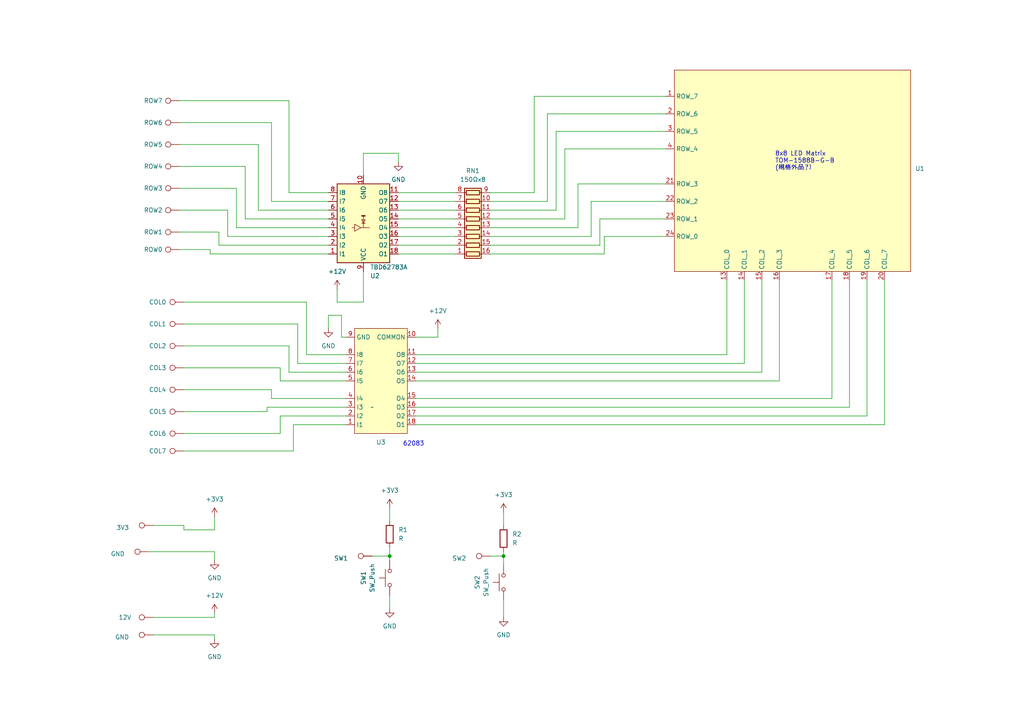
<source format=kicad_sch>
(kicad_sch (version 20230121) (generator eeschema)

  (uuid eef2f911-878a-4821-b81f-10f1f5e20330)

  (paper "A4")

  (lib_symbols
    (symbol "Connector:TestPoint" (pin_numbers hide) (pin_names (offset 0.762) hide) (in_bom yes) (on_board yes)
      (property "Reference" "TP" (at 0 6.858 0)
        (effects (font (size 1.27 1.27)))
      )
      (property "Value" "TestPoint" (at 0 5.08 0)
        (effects (font (size 1.27 1.27)))
      )
      (property "Footprint" "" (at 5.08 0 0)
        (effects (font (size 1.27 1.27)) hide)
      )
      (property "Datasheet" "~" (at 5.08 0 0)
        (effects (font (size 1.27 1.27)) hide)
      )
      (property "ki_keywords" "test point tp" (at 0 0 0)
        (effects (font (size 1.27 1.27)) hide)
      )
      (property "ki_description" "test point" (at 0 0 0)
        (effects (font (size 1.27 1.27)) hide)
      )
      (property "ki_fp_filters" "Pin* Test*" (at 0 0 0)
        (effects (font (size 1.27 1.27)) hide)
      )
      (symbol "TestPoint_0_1"
        (circle (center 0 3.302) (radius 0.762)
          (stroke (width 0) (type default))
          (fill (type none))
        )
      )
      (symbol "TestPoint_1_1"
        (pin passive line (at 0 0 90) (length 2.54)
          (name "1" (effects (font (size 1.27 1.27))))
          (number "1" (effects (font (size 1.27 1.27))))
        )
      )
    )
    (symbol "Device:R" (pin_numbers hide) (pin_names (offset 0)) (in_bom yes) (on_board yes)
      (property "Reference" "R" (at 2.032 0 90)
        (effects (font (size 1.27 1.27)))
      )
      (property "Value" "R" (at 0 0 90)
        (effects (font (size 1.27 1.27)))
      )
      (property "Footprint" "" (at -1.778 0 90)
        (effects (font (size 1.27 1.27)) hide)
      )
      (property "Datasheet" "~" (at 0 0 0)
        (effects (font (size 1.27 1.27)) hide)
      )
      (property "ki_keywords" "R res resistor" (at 0 0 0)
        (effects (font (size 1.27 1.27)) hide)
      )
      (property "ki_description" "Resistor" (at 0 0 0)
        (effects (font (size 1.27 1.27)) hide)
      )
      (property "ki_fp_filters" "R_*" (at 0 0 0)
        (effects (font (size 1.27 1.27)) hide)
      )
      (symbol "R_0_1"
        (rectangle (start -1.016 -2.54) (end 1.016 2.54)
          (stroke (width 0.254) (type default))
          (fill (type none))
        )
      )
      (symbol "R_1_1"
        (pin passive line (at 0 3.81 270) (length 1.27)
          (name "~" (effects (font (size 1.27 1.27))))
          (number "1" (effects (font (size 1.27 1.27))))
        )
        (pin passive line (at 0 -3.81 90) (length 1.27)
          (name "~" (effects (font (size 1.27 1.27))))
          (number "2" (effects (font (size 1.27 1.27))))
        )
      )
    )
    (symbol "Device:R_Pack08" (pin_names (offset 0) hide) (in_bom yes) (on_board yes)
      (property "Reference" "RN" (at -12.7 0 90)
        (effects (font (size 1.27 1.27)))
      )
      (property "Value" "R_Pack08" (at 10.16 0 90)
        (effects (font (size 1.27 1.27)))
      )
      (property "Footprint" "" (at 12.065 0 90)
        (effects (font (size 1.27 1.27)) hide)
      )
      (property "Datasheet" "~" (at 0 0 0)
        (effects (font (size 1.27 1.27)) hide)
      )
      (property "ki_keywords" "R network parallel topology isolated" (at 0 0 0)
        (effects (font (size 1.27 1.27)) hide)
      )
      (property "ki_description" "8 resistor network, parallel topology" (at 0 0 0)
        (effects (font (size 1.27 1.27)) hide)
      )
      (property "ki_fp_filters" "DIP* SOIC* R*Array*Concave* R*Array*Convex*" (at 0 0 0)
        (effects (font (size 1.27 1.27)) hide)
      )
      (symbol "R_Pack08_0_1"
        (rectangle (start -11.43 -2.413) (end 8.89 2.413)
          (stroke (width 0.254) (type default))
          (fill (type background))
        )
        (rectangle (start -10.795 1.905) (end -9.525 -1.905)
          (stroke (width 0.254) (type default))
          (fill (type none))
        )
        (rectangle (start -8.255 1.905) (end -6.985 -1.905)
          (stroke (width 0.254) (type default))
          (fill (type none))
        )
        (rectangle (start -5.715 1.905) (end -4.445 -1.905)
          (stroke (width 0.254) (type default))
          (fill (type none))
        )
        (rectangle (start -3.175 1.905) (end -1.905 -1.905)
          (stroke (width 0.254) (type default))
          (fill (type none))
        )
        (rectangle (start -0.635 1.905) (end 0.635 -1.905)
          (stroke (width 0.254) (type default))
          (fill (type none))
        )
        (polyline
          (pts
            (xy -10.16 -2.54)
            (xy -10.16 -1.905)
          )
          (stroke (width 0) (type default))
          (fill (type none))
        )
        (polyline
          (pts
            (xy -10.16 1.905)
            (xy -10.16 2.54)
          )
          (stroke (width 0) (type default))
          (fill (type none))
        )
        (polyline
          (pts
            (xy -7.62 -2.54)
            (xy -7.62 -1.905)
          )
          (stroke (width 0) (type default))
          (fill (type none))
        )
        (polyline
          (pts
            (xy -7.62 1.905)
            (xy -7.62 2.54)
          )
          (stroke (width 0) (type default))
          (fill (type none))
        )
        (polyline
          (pts
            (xy -5.08 -2.54)
            (xy -5.08 -1.905)
          )
          (stroke (width 0) (type default))
          (fill (type none))
        )
        (polyline
          (pts
            (xy -5.08 1.905)
            (xy -5.08 2.54)
          )
          (stroke (width 0) (type default))
          (fill (type none))
        )
        (polyline
          (pts
            (xy -2.54 -2.54)
            (xy -2.54 -1.905)
          )
          (stroke (width 0) (type default))
          (fill (type none))
        )
        (polyline
          (pts
            (xy -2.54 1.905)
            (xy -2.54 2.54)
          )
          (stroke (width 0) (type default))
          (fill (type none))
        )
        (polyline
          (pts
            (xy 0 -2.54)
            (xy 0 -1.905)
          )
          (stroke (width 0) (type default))
          (fill (type none))
        )
        (polyline
          (pts
            (xy 0 1.905)
            (xy 0 2.54)
          )
          (stroke (width 0) (type default))
          (fill (type none))
        )
        (polyline
          (pts
            (xy 2.54 -2.54)
            (xy 2.54 -1.905)
          )
          (stroke (width 0) (type default))
          (fill (type none))
        )
        (polyline
          (pts
            (xy 2.54 1.905)
            (xy 2.54 2.54)
          )
          (stroke (width 0) (type default))
          (fill (type none))
        )
        (polyline
          (pts
            (xy 5.08 -2.54)
            (xy 5.08 -1.905)
          )
          (stroke (width 0) (type default))
          (fill (type none))
        )
        (polyline
          (pts
            (xy 5.08 1.905)
            (xy 5.08 2.54)
          )
          (stroke (width 0) (type default))
          (fill (type none))
        )
        (polyline
          (pts
            (xy 7.62 -2.54)
            (xy 7.62 -1.905)
          )
          (stroke (width 0) (type default))
          (fill (type none))
        )
        (polyline
          (pts
            (xy 7.62 1.905)
            (xy 7.62 2.54)
          )
          (stroke (width 0) (type default))
          (fill (type none))
        )
        (rectangle (start 1.905 1.905) (end 3.175 -1.905)
          (stroke (width 0.254) (type default))
          (fill (type none))
        )
        (rectangle (start 4.445 1.905) (end 5.715 -1.905)
          (stroke (width 0.254) (type default))
          (fill (type none))
        )
        (rectangle (start 6.985 1.905) (end 8.255 -1.905)
          (stroke (width 0.254) (type default))
          (fill (type none))
        )
      )
      (symbol "R_Pack08_1_1"
        (pin passive line (at -10.16 -5.08 90) (length 2.54)
          (name "R1.1" (effects (font (size 1.27 1.27))))
          (number "1" (effects (font (size 1.27 1.27))))
        )
        (pin passive line (at 5.08 5.08 270) (length 2.54)
          (name "R7.2" (effects (font (size 1.27 1.27))))
          (number "10" (effects (font (size 1.27 1.27))))
        )
        (pin passive line (at 2.54 5.08 270) (length 2.54)
          (name "R6.2" (effects (font (size 1.27 1.27))))
          (number "11" (effects (font (size 1.27 1.27))))
        )
        (pin passive line (at 0 5.08 270) (length 2.54)
          (name "R5.2" (effects (font (size 1.27 1.27))))
          (number "12" (effects (font (size 1.27 1.27))))
        )
        (pin passive line (at -2.54 5.08 270) (length 2.54)
          (name "R4.2" (effects (font (size 1.27 1.27))))
          (number "13" (effects (font (size 1.27 1.27))))
        )
        (pin passive line (at -5.08 5.08 270) (length 2.54)
          (name "R3.2" (effects (font (size 1.27 1.27))))
          (number "14" (effects (font (size 1.27 1.27))))
        )
        (pin passive line (at -7.62 5.08 270) (length 2.54)
          (name "R2.2" (effects (font (size 1.27 1.27))))
          (number "15" (effects (font (size 1.27 1.27))))
        )
        (pin passive line (at -10.16 5.08 270) (length 2.54)
          (name "R1.2" (effects (font (size 1.27 1.27))))
          (number "16" (effects (font (size 1.27 1.27))))
        )
        (pin passive line (at -7.62 -5.08 90) (length 2.54)
          (name "R2.1" (effects (font (size 1.27 1.27))))
          (number "2" (effects (font (size 1.27 1.27))))
        )
        (pin passive line (at -5.08 -5.08 90) (length 2.54)
          (name "R3.1" (effects (font (size 1.27 1.27))))
          (number "3" (effects (font (size 1.27 1.27))))
        )
        (pin passive line (at -2.54 -5.08 90) (length 2.54)
          (name "R4.1" (effects (font (size 1.27 1.27))))
          (number "4" (effects (font (size 1.27 1.27))))
        )
        (pin passive line (at 0 -5.08 90) (length 2.54)
          (name "R5.1" (effects (font (size 1.27 1.27))))
          (number "5" (effects (font (size 1.27 1.27))))
        )
        (pin passive line (at 2.54 -5.08 90) (length 2.54)
          (name "R6.1" (effects (font (size 1.27 1.27))))
          (number "6" (effects (font (size 1.27 1.27))))
        )
        (pin passive line (at 5.08 -5.08 90) (length 2.54)
          (name "R7.1" (effects (font (size 1.27 1.27))))
          (number "7" (effects (font (size 1.27 1.27))))
        )
        (pin passive line (at 7.62 -5.08 90) (length 2.54)
          (name "R8.1" (effects (font (size 1.27 1.27))))
          (number "8" (effects (font (size 1.27 1.27))))
        )
        (pin passive line (at 7.62 5.08 270) (length 2.54)
          (name "R8.2" (effects (font (size 1.27 1.27))))
          (number "9" (effects (font (size 1.27 1.27))))
        )
      )
    )
    (symbol "New_Library:62083" (in_bom yes) (on_board yes)
      (property "Reference" "U" (at 0 0 0)
        (effects (font (size 1.27 1.27)))
      )
      (property "Value" "" (at 0 0 0)
        (effects (font (size 1.27 1.27)))
      )
      (property "Footprint" "" (at 0 0 0)
        (effects (font (size 1.27 1.27)) hide)
      )
      (property "Datasheet" "" (at 0 0 0)
        (effects (font (size 1.27 1.27)) hide)
      )
      (property "ki_description" "Transister Array Sink" (at 0 0 0)
        (effects (font (size 1.27 1.27)) hide)
      )
      (symbol "62083_1_1"
        (rectangle (start -5.08 7.62) (end 10.16 -22.86)
          (stroke (width 0) (type default))
          (fill (type background))
        )
        (pin input line (at -7.62 5.08 0) (length 2.54)
          (name "I1" (effects (font (size 1.27 1.27))))
          (number "1" (effects (font (size 1.27 1.27))))
        )
        (pin power_in line (at 12.7 -20.32 180) (length 2.54)
          (name "COMMON" (effects (font (size 1.27 1.27))))
          (number "10" (effects (font (size 1.27 1.27))))
        )
        (pin output line (at 12.7 -15.24 180) (length 2.54)
          (name "O8" (effects (font (size 1.27 1.27))))
          (number "11" (effects (font (size 1.27 1.27))))
        )
        (pin output line (at 12.7 -12.7 180) (length 2.54)
          (name "O7" (effects (font (size 1.27 1.27))))
          (number "12" (effects (font (size 1.27 1.27))))
        )
        (pin output line (at 12.7 -10.16 180) (length 2.54)
          (name "O6" (effects (font (size 1.27 1.27))))
          (number "13" (effects (font (size 1.27 1.27))))
        )
        (pin output line (at 12.7 -7.62 180) (length 2.54)
          (name "O5" (effects (font (size 1.27 1.27))))
          (number "14" (effects (font (size 1.27 1.27))))
        )
        (pin input line (at 12.7 -2.54 180) (length 2.54)
          (name "O4" (effects (font (size 1.27 1.27))))
          (number "15" (effects (font (size 1.27 1.27))))
        )
        (pin output line (at 12.7 0 180) (length 2.54)
          (name "O3" (effects (font (size 1.27 1.27))))
          (number "16" (effects (font (size 1.27 1.27))))
        )
        (pin input line (at 12.7 2.54 180) (length 2.54)
          (name "O2" (effects (font (size 1.27 1.27))))
          (number "17" (effects (font (size 1.27 1.27))))
        )
        (pin output line (at 12.7 5.08 180) (length 2.54)
          (name "O1" (effects (font (size 1.27 1.27))))
          (number "18" (effects (font (size 1.27 1.27))))
        )
        (pin input line (at -7.62 2.54 0) (length 2.54)
          (name "I2" (effects (font (size 1.27 1.27))))
          (number "2" (effects (font (size 1.27 1.27))))
        )
        (pin input line (at -7.62 0 0) (length 2.54)
          (name "I3" (effects (font (size 1.27 1.27))))
          (number "3" (effects (font (size 1.27 1.27))))
        )
        (pin input line (at -7.62 -2.54 0) (length 2.54)
          (name "I4" (effects (font (size 1.27 1.27))))
          (number "4" (effects (font (size 1.27 1.27))))
        )
        (pin input line (at -7.62 -7.62 0) (length 2.54)
          (name "I5" (effects (font (size 1.27 1.27))))
          (number "5" (effects (font (size 1.27 1.27))))
        )
        (pin input line (at -7.62 -10.16 0) (length 2.54)
          (name "I6" (effects (font (size 1.27 1.27))))
          (number "6" (effects (font (size 1.27 1.27))))
        )
        (pin input line (at -7.62 -12.7 0) (length 2.54)
          (name "I7" (effects (font (size 1.27 1.27))))
          (number "7" (effects (font (size 1.27 1.27))))
        )
        (pin input line (at -7.62 -15.24 0) (length 2.54)
          (name "I8" (effects (font (size 1.27 1.27))))
          (number "8" (effects (font (size 1.27 1.27))))
        )
        (pin power_in line (at -7.62 -20.32 0) (length 2.54)
          (name "GND" (effects (font (size 1.27 1.27))))
          (number "9" (effects (font (size 1.27 1.27))))
        )
      )
    )
    (symbol "New_Library:LED_Matrix(Red)" (in_bom yes) (on_board yes)
      (property "Reference" "U" (at 5.08 -5.08 0)
        (effects (font (size 1.27 1.27)))
      )
      (property "Value" "" (at 0 0 0)
        (effects (font (size 1.27 1.27)) hide)
      )
      (property "Footprint" "" (at 0 0 0)
        (effects (font (size 1.27 1.27)) hide)
      )
      (property "Datasheet" "" (at 0 0 0)
        (effects (font (size 1.27 1.27)) hide)
      )
      (property "Sim.Enable" "0" (at 0 0 0)
        (effects (font (size 1.27 1.27)) hide)
      )
      (property "ki_description" "8x8 LED DOT MATRIX MODULE (TOM-1588B-G-B CostDownVersion)" (at 0 0 0)
        (effects (font (size 1.27 1.27)) hide)
      )
      (symbol "LED_Matrix(Red)_0_0"
        (text "" (at -20.828 -20.574 0)
          (effects (font (size 1.27 1.27)))
        )
      )
      (symbol "LED_Matrix(Red)_1_1"
        (rectangle (start -22.86 25.4) (end 45.72 -33.02)
          (stroke (width 0) (type default))
          (fill (type background))
        )
        (pin input line (at -25.4 -25.4 0) (length 2.54)
          (name "ROW_7" (effects (font (size 1.27 1.27))))
          (number "1" (effects (font (size 1.27 1.27))))
        )
        (pin input line (at -7.62 27.94 270) (length 2.54)
          (name "COL_0" (effects (font (size 1.27 1.27))))
          (number "13" (effects (font (size 1.27 1.27))))
        )
        (pin input line (at -2.54 27.94 270) (length 2.54)
          (name "COL_1" (effects (font (size 1.27 1.27))))
          (number "14" (effects (font (size 1.27 1.27))))
        )
        (pin input line (at 2.54 27.94 270) (length 2.54)
          (name "COL_2" (effects (font (size 1.27 1.27))))
          (number "15" (effects (font (size 1.27 1.27))))
        )
        (pin input line (at 7.62 27.94 270) (length 2.54)
          (name "COL_3" (effects (font (size 1.27 1.27))))
          (number "16" (effects (font (size 1.27 1.27))))
        )
        (pin input line (at 22.86 27.94 270) (length 2.54)
          (name "COL_4" (effects (font (size 1.27 1.27))))
          (number "17" (effects (font (size 1.27 1.27))))
        )
        (pin input line (at 27.94 27.94 270) (length 2.54)
          (name "COL_5" (effects (font (size 1.27 1.27))))
          (number "18" (effects (font (size 1.27 1.27))))
        )
        (pin input line (at 33.02 27.94 270) (length 2.54)
          (name "COL_6" (effects (font (size 1.27 1.27))))
          (number "19" (effects (font (size 1.27 1.27))))
        )
        (pin input line (at -25.4 -20.32 0) (length 2.54)
          (name "ROW_6" (effects (font (size 1.27 1.27))))
          (number "2" (effects (font (size 1.27 1.27))))
        )
        (pin input line (at 38.1 27.94 270) (length 2.54)
          (name "COL_7" (effects (font (size 1.27 1.27))))
          (number "20" (effects (font (size 1.27 1.27))))
        )
        (pin input line (at -25.4 0 0) (length 2.54)
          (name "ROW_3" (effects (font (size 1.27 1.27))))
          (number "21" (effects (font (size 1.27 1.27))))
        )
        (pin input line (at -25.4 5.08 0) (length 2.54)
          (name "ROW_2" (effects (font (size 1.27 1.27))))
          (number "22" (effects (font (size 1.27 1.27))))
        )
        (pin input line (at -25.4 10.16 0) (length 2.54)
          (name "ROW_1" (effects (font (size 1.27 1.27))))
          (number "23" (effects (font (size 1.27 1.27))))
        )
        (pin input line (at -25.4 15.24 0) (length 2.54)
          (name "ROW_0" (effects (font (size 1.27 1.27))))
          (number "24" (effects (font (size 1.27 1.27))))
        )
        (pin input line (at -25.4 -15.24 0) (length 2.54)
          (name "ROW_5" (effects (font (size 1.27 1.27))))
          (number "3" (effects (font (size 1.27 1.27))))
        )
        (pin input line (at -25.4 -10.16 0) (length 2.54)
          (name "ROW_4" (effects (font (size 1.27 1.27))))
          (number "4" (effects (font (size 1.27 1.27))))
        )
      )
    )
    (symbol "Switch:SW_Push" (pin_numbers hide) (pin_names (offset 1.016) hide) (in_bom yes) (on_board yes)
      (property "Reference" "SW" (at 1.27 2.54 0)
        (effects (font (size 1.27 1.27)) (justify left))
      )
      (property "Value" "SW_Push" (at 0 -1.524 0)
        (effects (font (size 1.27 1.27)))
      )
      (property "Footprint" "" (at 0 5.08 0)
        (effects (font (size 1.27 1.27)) hide)
      )
      (property "Datasheet" "~" (at 0 5.08 0)
        (effects (font (size 1.27 1.27)) hide)
      )
      (property "ki_keywords" "switch normally-open pushbutton push-button" (at 0 0 0)
        (effects (font (size 1.27 1.27)) hide)
      )
      (property "ki_description" "Push button switch, generic, two pins" (at 0 0 0)
        (effects (font (size 1.27 1.27)) hide)
      )
      (symbol "SW_Push_0_1"
        (circle (center -2.032 0) (radius 0.508)
          (stroke (width 0) (type default))
          (fill (type none))
        )
        (polyline
          (pts
            (xy 0 1.27)
            (xy 0 3.048)
          )
          (stroke (width 0) (type default))
          (fill (type none))
        )
        (polyline
          (pts
            (xy 2.54 1.27)
            (xy -2.54 1.27)
          )
          (stroke (width 0) (type default))
          (fill (type none))
        )
        (circle (center 2.032 0) (radius 0.508)
          (stroke (width 0) (type default))
          (fill (type none))
        )
        (pin passive line (at -5.08 0 0) (length 2.54)
          (name "1" (effects (font (size 1.27 1.27))))
          (number "1" (effects (font (size 1.27 1.27))))
        )
        (pin passive line (at 5.08 0 180) (length 2.54)
          (name "2" (effects (font (size 1.27 1.27))))
          (number "2" (effects (font (size 1.27 1.27))))
        )
      )
    )
    (symbol "Transistor_Array:TBD62783A" (in_bom yes) (on_board yes)
      (property "Reference" "U" (at -7.62 11.43 0)
        (effects (font (size 1.27 1.27)) (justify left))
      )
      (property "Value" "TBD62783A" (at 1.27 11.43 0)
        (effects (font (size 1.27 1.27)) (justify left))
      )
      (property "Footprint" "" (at 0 -13.97 0)
        (effects (font (size 1.27 1.27)) hide)
      )
      (property "Datasheet" "http://toshiba.semicon-storage.com/info/docget.jsp?did=30523&prodName=TBD62783APG" (at -7.62 10.16 0)
        (effects (font (size 1.27 1.27)) hide)
      )
      (property "ki_keywords" "relays solenoids lamps steppers servos LEDs" (at 0 0 0)
        (effects (font (size 1.27 1.27)) hide)
      )
      (property "ki_description" "8-Channel Source Type Transistor Array, TTL and CMOS compatible, 500mA, 50V, DIP-18/SOP-18/SSOP-18/SOIC-18W" (at 0 0 0)
        (effects (font (size 1.27 1.27)) hide)
      )
      (property "ki_fp_filters" "DIP*W7.62mm* SOP*7.0x12.5mm*P1.27mm* SSOP*4.4x6.5mm*P0.65mm* SOIC*7.5x11.6mm*P1.27mm*" (at 0 0 0)
        (effects (font (size 1.27 1.27)) hide)
      )
      (symbol "TBD62783A_0_1"
        (rectangle (start -7.62 10.16) (end 7.62 -12.7)
          (stroke (width 0.254) (type default))
          (fill (type background))
        )
        (rectangle (start -0.508 -3.302) (end 0.508 -3.556)
          (stroke (width 0) (type default))
          (fill (type outline))
        )
        (polyline
          (pts
            (xy -1.778 -2.794)
            (xy -1.778 -2.794)
          )
          (stroke (width 0.254) (type default))
          (fill (type none))
        )
        (polyline
          (pts
            (xy -1.778 -2.032)
            (xy -1.778 -2.032)
          )
          (stroke (width 0.254) (type default))
          (fill (type none))
        )
        (polyline
          (pts
            (xy -1.778 -1.27)
            (xy -1.778 -1.27)
          )
          (stroke (width 0.254) (type default))
          (fill (type none))
        )
        (polyline
          (pts
            (xy -1.778 1.27)
            (xy -1.778 1.27)
          )
          (stroke (width 0.254) (type default))
          (fill (type none))
        )
        (polyline
          (pts
            (xy -1.778 2.032)
            (xy -1.778 2.032)
          )
          (stroke (width 0.254) (type default))
          (fill (type none))
        )
        (polyline
          (pts
            (xy -1.778 2.794)
            (xy -1.778 2.794)
          )
          (stroke (width 0.254) (type default))
          (fill (type none))
        )
        (polyline
          (pts
            (xy -0.762 0)
            (xy 1.778 0)
          )
          (stroke (width 0) (type default))
          (fill (type none))
        )
        (polyline
          (pts
            (xy -0.508 -1.27)
            (xy 0.508 -1.27)
          )
          (stroke (width 0) (type default))
          (fill (type none))
        )
        (polyline
          (pts
            (xy 0 0)
            (xy 0 -3.302)
          )
          (stroke (width 0) (type default))
          (fill (type none))
        )
        (polyline
          (pts
            (xy 0 0)
            (xy 0 0)
          )
          (stroke (width 0.508) (type default))
          (fill (type none))
        )
        (polyline
          (pts
            (xy 0 -1.27)
            (xy -0.508 -2.286)
            (xy 0.508 -2.286)
            (xy 0 -1.27)
          )
          (stroke (width 0) (type default))
          (fill (type none))
        )
        (polyline
          (pts
            (xy -3.302 0)
            (xy -2.54 0)
            (xy -2.54 1.016)
            (xy -0.762 0)
            (xy -2.54 -1.016)
            (xy -2.54 0)
          )
          (stroke (width 0) (type default))
          (fill (type none))
        )
      )
      (symbol "TBD62783A_1_1"
        (pin input line (at -10.16 7.62 0) (length 2.54)
          (name "I1" (effects (font (size 1.27 1.27))))
          (number "1" (effects (font (size 1.27 1.27))))
        )
        (pin power_in line (at 0 -15.24 90) (length 2.54)
          (name "GND" (effects (font (size 1.27 1.27))))
          (number "10" (effects (font (size 1.27 1.27))))
        )
        (pin open_emitter line (at 10.16 -10.16 180) (length 2.54)
          (name "O8" (effects (font (size 1.27 1.27))))
          (number "11" (effects (font (size 1.27 1.27))))
        )
        (pin open_emitter line (at 10.16 -7.62 180) (length 2.54)
          (name "O7" (effects (font (size 1.27 1.27))))
          (number "12" (effects (font (size 1.27 1.27))))
        )
        (pin open_emitter line (at 10.16 -5.08 180) (length 2.54)
          (name "O6" (effects (font (size 1.27 1.27))))
          (number "13" (effects (font (size 1.27 1.27))))
        )
        (pin open_emitter line (at 10.16 -2.54 180) (length 2.54)
          (name "O5" (effects (font (size 1.27 1.27))))
          (number "14" (effects (font (size 1.27 1.27))))
        )
        (pin open_emitter line (at 10.16 0 180) (length 2.54)
          (name "O4" (effects (font (size 1.27 1.27))))
          (number "15" (effects (font (size 1.27 1.27))))
        )
        (pin open_emitter line (at 10.16 2.54 180) (length 2.54)
          (name "O3" (effects (font (size 1.27 1.27))))
          (number "16" (effects (font (size 1.27 1.27))))
        )
        (pin open_emitter line (at 10.16 5.08 180) (length 2.54)
          (name "O2" (effects (font (size 1.27 1.27))))
          (number "17" (effects (font (size 1.27 1.27))))
        )
        (pin open_emitter line (at 10.16 7.62 180) (length 2.54)
          (name "O1" (effects (font (size 1.27 1.27))))
          (number "18" (effects (font (size 1.27 1.27))))
        )
        (pin input line (at -10.16 5.08 0) (length 2.54)
          (name "I2" (effects (font (size 1.27 1.27))))
          (number "2" (effects (font (size 1.27 1.27))))
        )
        (pin input line (at -10.16 2.54 0) (length 2.54)
          (name "I3" (effects (font (size 1.27 1.27))))
          (number "3" (effects (font (size 1.27 1.27))))
        )
        (pin input line (at -10.16 0 0) (length 2.54)
          (name "I4" (effects (font (size 1.27 1.27))))
          (number "4" (effects (font (size 1.27 1.27))))
        )
        (pin input line (at -10.16 -2.54 0) (length 2.54)
          (name "I5" (effects (font (size 1.27 1.27))))
          (number "5" (effects (font (size 1.27 1.27))))
        )
        (pin input line (at -10.16 -5.08 0) (length 2.54)
          (name "I6" (effects (font (size 1.27 1.27))))
          (number "6" (effects (font (size 1.27 1.27))))
        )
        (pin input line (at -10.16 -7.62 0) (length 2.54)
          (name "I7" (effects (font (size 1.27 1.27))))
          (number "7" (effects (font (size 1.27 1.27))))
        )
        (pin input line (at -10.16 -10.16 0) (length 2.54)
          (name "I8" (effects (font (size 1.27 1.27))))
          (number "8" (effects (font (size 1.27 1.27))))
        )
        (pin power_in line (at 0 12.7 270) (length 2.54)
          (name "VCC" (effects (font (size 1.27 1.27))))
          (number "9" (effects (font (size 1.27 1.27))))
        )
      )
    )
    (symbol "power:+12V" (power) (pin_names (offset 0)) (in_bom yes) (on_board yes)
      (property "Reference" "#PWR" (at 0 -3.81 0)
        (effects (font (size 1.27 1.27)) hide)
      )
      (property "Value" "+12V" (at 0 3.556 0)
        (effects (font (size 1.27 1.27)))
      )
      (property "Footprint" "" (at 0 0 0)
        (effects (font (size 1.27 1.27)) hide)
      )
      (property "Datasheet" "" (at 0 0 0)
        (effects (font (size 1.27 1.27)) hide)
      )
      (property "ki_keywords" "global power" (at 0 0 0)
        (effects (font (size 1.27 1.27)) hide)
      )
      (property "ki_description" "Power symbol creates a global label with name \"+12V\"" (at 0 0 0)
        (effects (font (size 1.27 1.27)) hide)
      )
      (symbol "+12V_0_1"
        (polyline
          (pts
            (xy -0.762 1.27)
            (xy 0 2.54)
          )
          (stroke (width 0) (type default))
          (fill (type none))
        )
        (polyline
          (pts
            (xy 0 0)
            (xy 0 2.54)
          )
          (stroke (width 0) (type default))
          (fill (type none))
        )
        (polyline
          (pts
            (xy 0 2.54)
            (xy 0.762 1.27)
          )
          (stroke (width 0) (type default))
          (fill (type none))
        )
      )
      (symbol "+12V_1_1"
        (pin power_in line (at 0 0 90) (length 0) hide
          (name "+12V" (effects (font (size 1.27 1.27))))
          (number "1" (effects (font (size 1.27 1.27))))
        )
      )
    )
    (symbol "power:+3V3" (power) (pin_names (offset 0)) (in_bom yes) (on_board yes)
      (property "Reference" "#PWR" (at 0 -3.81 0)
        (effects (font (size 1.27 1.27)) hide)
      )
      (property "Value" "+3V3" (at 0 3.556 0)
        (effects (font (size 1.27 1.27)))
      )
      (property "Footprint" "" (at 0 0 0)
        (effects (font (size 1.27 1.27)) hide)
      )
      (property "Datasheet" "" (at 0 0 0)
        (effects (font (size 1.27 1.27)) hide)
      )
      (property "ki_keywords" "global power" (at 0 0 0)
        (effects (font (size 1.27 1.27)) hide)
      )
      (property "ki_description" "Power symbol creates a global label with name \"+3V3\"" (at 0 0 0)
        (effects (font (size 1.27 1.27)) hide)
      )
      (symbol "+3V3_0_1"
        (polyline
          (pts
            (xy -0.762 1.27)
            (xy 0 2.54)
          )
          (stroke (width 0) (type default))
          (fill (type none))
        )
        (polyline
          (pts
            (xy 0 0)
            (xy 0 2.54)
          )
          (stroke (width 0) (type default))
          (fill (type none))
        )
        (polyline
          (pts
            (xy 0 2.54)
            (xy 0.762 1.27)
          )
          (stroke (width 0) (type default))
          (fill (type none))
        )
      )
      (symbol "+3V3_1_1"
        (pin power_in line (at 0 0 90) (length 0) hide
          (name "+3V3" (effects (font (size 1.27 1.27))))
          (number "1" (effects (font (size 1.27 1.27))))
        )
      )
    )
    (symbol "power:GND" (power) (pin_names (offset 0)) (in_bom yes) (on_board yes)
      (property "Reference" "#PWR" (at 0 -6.35 0)
        (effects (font (size 1.27 1.27)) hide)
      )
      (property "Value" "GND" (at 0 -3.81 0)
        (effects (font (size 1.27 1.27)))
      )
      (property "Footprint" "" (at 0 0 0)
        (effects (font (size 1.27 1.27)) hide)
      )
      (property "Datasheet" "" (at 0 0 0)
        (effects (font (size 1.27 1.27)) hide)
      )
      (property "ki_keywords" "global power" (at 0 0 0)
        (effects (font (size 1.27 1.27)) hide)
      )
      (property "ki_description" "Power symbol creates a global label with name \"GND\" , ground" (at 0 0 0)
        (effects (font (size 1.27 1.27)) hide)
      )
      (symbol "GND_0_1"
        (polyline
          (pts
            (xy 0 0)
            (xy 0 -1.27)
            (xy 1.27 -1.27)
            (xy 0 -2.54)
            (xy -1.27 -1.27)
            (xy 0 -1.27)
          )
          (stroke (width 0) (type default))
          (fill (type none))
        )
      )
      (symbol "GND_1_1"
        (pin power_in line (at 0 0 270) (length 0) hide
          (name "GND" (effects (font (size 1.27 1.27))))
          (number "1" (effects (font (size 1.27 1.27))))
        )
      )
    )
  )

  (junction (at 113.03 161.29) (diameter 0) (color 0 0 0 0)
    (uuid 4e89f3fe-b10a-4038-8496-65b7b721cc0f)
  )
  (junction (at 146.05 161.29) (diameter 0) (color 0 0 0 0)
    (uuid fcf79d15-d9ee-4f00-856a-25bf9c8cc47b)
  )

  (wire (pts (xy 120.65 120.65) (xy 251.46 120.65))
    (stroke (width 0) (type default))
    (uuid 026cc6f2-802b-42af-bbba-e1bf7e7a3d25)
  )
  (wire (pts (xy 78.74 115.57) (xy 100.33 115.57))
    (stroke (width 0) (type default))
    (uuid 03fe892a-67f6-422f-8e20-06e06b351173)
  )
  (wire (pts (xy 81.28 120.65) (xy 100.33 120.65))
    (stroke (width 0) (type default))
    (uuid 04b8f164-dcc0-4427-94bf-fd37b33ca896)
  )
  (wire (pts (xy 246.38 118.11) (xy 246.38 81.28))
    (stroke (width 0) (type default))
    (uuid 058ededf-ab0d-48a0-aec5-aa6c3b832ba0)
  )
  (wire (pts (xy 163.83 63.5) (xy 163.83 43.18))
    (stroke (width 0) (type default))
    (uuid 093bf9e8-8268-4800-98ff-640c2870d21c)
  )
  (wire (pts (xy 83.82 107.95) (xy 100.33 107.95))
    (stroke (width 0) (type default))
    (uuid 0d11763c-2d95-49a1-94a1-0a3ebae79abb)
  )
  (wire (pts (xy 146.05 160.02) (xy 146.05 161.29))
    (stroke (width 0) (type default))
    (uuid 0d5637c5-0090-4216-999b-37eea641c039)
  )
  (wire (pts (xy 127 97.79) (xy 127 95.25))
    (stroke (width 0) (type default))
    (uuid 0dd6e979-c401-4869-9b2e-3932fd1654e9)
  )
  (wire (pts (xy 154.94 55.88) (xy 154.94 27.94))
    (stroke (width 0) (type default))
    (uuid 10f5a8cc-24f5-42e9-8e48-00bb7dd5e627)
  )
  (wire (pts (xy 86.36 105.41) (xy 100.33 105.41))
    (stroke (width 0) (type default))
    (uuid 12003513-6d3f-41d3-9cd6-218187b527eb)
  )
  (wire (pts (xy 44.45 184.15) (xy 62.23 184.15))
    (stroke (width 0) (type default))
    (uuid 14f06b16-fb1f-4caa-a444-277b0efaa011)
  )
  (wire (pts (xy 142.24 73.66) (xy 175.26 73.66))
    (stroke (width 0) (type default))
    (uuid 165b09c5-d3f3-4746-82a7-66e5d946f2d0)
  )
  (wire (pts (xy 81.28 110.49) (xy 100.33 110.49))
    (stroke (width 0) (type default))
    (uuid 181984b0-4185-4301-89e0-e9892d53b773)
  )
  (wire (pts (xy 52.07 41.91) (xy 74.93 41.91))
    (stroke (width 0) (type default))
    (uuid 1fd384f5-756a-4d8b-b25c-6f0a9b7fe512)
  )
  (wire (pts (xy 77.47 119.38) (xy 77.47 118.11))
    (stroke (width 0) (type default))
    (uuid 21950b91-2452-421a-a69f-db09ee1c506d)
  )
  (wire (pts (xy 68.58 66.04) (xy 95.25 66.04))
    (stroke (width 0) (type default))
    (uuid 223b55ee-2440-4da9-8d24-7f63fbe1ab8f)
  )
  (wire (pts (xy 173.99 71.12) (xy 173.99 63.5))
    (stroke (width 0) (type default))
    (uuid 229d076d-5559-492b-b207-643ed74023ae)
  )
  (wire (pts (xy 53.34 153.67) (xy 62.23 153.67))
    (stroke (width 0) (type default))
    (uuid 261feffb-62aa-49eb-a98a-90352bff7ea6)
  )
  (wire (pts (xy 161.29 60.96) (xy 161.29 38.1))
    (stroke (width 0) (type default))
    (uuid 2650c724-bf00-472b-9fd0-4d7998896a8a)
  )
  (wire (pts (xy 52.07 35.56) (xy 78.74 35.56))
    (stroke (width 0) (type default))
    (uuid 27506e32-6fe9-45b0-baf1-799541b265db)
  )
  (wire (pts (xy 142.24 68.58) (xy 171.45 68.58))
    (stroke (width 0) (type default))
    (uuid 28e5224e-5287-4cba-8407-cf212015e02a)
  )
  (wire (pts (xy 115.57 58.42) (xy 132.08 58.42))
    (stroke (width 0) (type default))
    (uuid 2b3f5b16-94de-4582-baee-817f8755c706)
  )
  (wire (pts (xy 62.23 160.02) (xy 62.23 162.56))
    (stroke (width 0) (type default))
    (uuid 2be4a6a1-e588-4263-a57e-155676f885da)
  )
  (wire (pts (xy 60.96 72.39) (xy 60.96 73.66))
    (stroke (width 0) (type default))
    (uuid 2da84640-b732-4225-a84b-94164bd31860)
  )
  (wire (pts (xy 120.65 97.79) (xy 127 97.79))
    (stroke (width 0) (type default))
    (uuid 2f6d9a45-118c-48cf-aa2d-7ace502ef2fe)
  )
  (wire (pts (xy 171.45 58.42) (xy 193.04 58.42))
    (stroke (width 0) (type default))
    (uuid 311a7304-8cc1-462a-b647-ae3887f6020b)
  )
  (wire (pts (xy 60.96 73.66) (xy 95.25 73.66))
    (stroke (width 0) (type default))
    (uuid 35558b8b-aa4f-4f3b-a96f-6f2776aa8b2d)
  )
  (wire (pts (xy 53.34 100.33) (xy 83.82 100.33))
    (stroke (width 0) (type default))
    (uuid 3f38a008-7a76-4d8e-a90a-2fd09a0ce9ae)
  )
  (wire (pts (xy 113.03 158.75) (xy 113.03 161.29))
    (stroke (width 0) (type default))
    (uuid 44ac37be-7a66-4345-9611-3031442cbbc4)
  )
  (wire (pts (xy 44.45 179.07) (xy 62.23 179.07))
    (stroke (width 0) (type default))
    (uuid 475c79e0-f89d-4227-b9d3-5378aec5908c)
  )
  (wire (pts (xy 146.05 148.59) (xy 146.05 152.4))
    (stroke (width 0) (type default))
    (uuid 47dd2a1b-a5f8-4e40-8498-20fbc7dd5e0d)
  )
  (wire (pts (xy 113.03 172.72) (xy 113.03 176.53))
    (stroke (width 0) (type default))
    (uuid 481c646f-9cc8-4662-bb6c-39d0738c777f)
  )
  (wire (pts (xy 81.28 106.68) (xy 81.28 110.49))
    (stroke (width 0) (type default))
    (uuid 49141367-dc01-4dde-9211-0d7411f4df5f)
  )
  (wire (pts (xy 52.07 72.39) (xy 60.96 72.39))
    (stroke (width 0) (type default))
    (uuid 4f747dda-e493-4c71-96ed-ee862bcce164)
  )
  (wire (pts (xy 115.57 66.04) (xy 132.08 66.04))
    (stroke (width 0) (type default))
    (uuid 52b90561-1177-469c-a124-f9b0da1550da)
  )
  (wire (pts (xy 77.47 118.11) (xy 100.33 118.11))
    (stroke (width 0) (type default))
    (uuid 5335b8e7-2add-49f4-a176-a9b316b69ee5)
  )
  (wire (pts (xy 107.95 161.29) (xy 113.03 161.29))
    (stroke (width 0) (type default))
    (uuid 5b9a33df-1b7a-47d6-9bf5-ce970c698bd6)
  )
  (wire (pts (xy 167.64 53.34) (xy 193.04 53.34))
    (stroke (width 0) (type default))
    (uuid 60b5d2c4-2b45-4d14-ac14-7da28a1265f5)
  )
  (wire (pts (xy 115.57 71.12) (xy 132.08 71.12))
    (stroke (width 0) (type default))
    (uuid 613668cb-59e9-4c2a-84a6-9f3f684134f3)
  )
  (wire (pts (xy 175.26 73.66) (xy 175.26 68.58))
    (stroke (width 0) (type default))
    (uuid 61e53059-36e9-49ca-b16a-183df33ff32f)
  )
  (wire (pts (xy 158.75 33.02) (xy 193.04 33.02))
    (stroke (width 0) (type default))
    (uuid 62b28487-8396-450b-8f09-806e1ba5a3c7)
  )
  (wire (pts (xy 115.57 60.96) (xy 132.08 60.96))
    (stroke (width 0) (type default))
    (uuid 63c4a7ad-b919-4035-b894-4445ab770be3)
  )
  (wire (pts (xy 78.74 58.42) (xy 95.25 58.42))
    (stroke (width 0) (type default))
    (uuid 645b56ff-7490-4511-bbf4-bf4096105177)
  )
  (wire (pts (xy 113.03 147.32) (xy 113.03 151.13))
    (stroke (width 0) (type default))
    (uuid 6501653b-dd72-44a1-88af-3db99a3d2460)
  )
  (wire (pts (xy 142.24 60.96) (xy 161.29 60.96))
    (stroke (width 0) (type default))
    (uuid 6579577d-9d68-4e5e-8da5-a4ba1e63a8b1)
  )
  (wire (pts (xy 105.41 50.8) (xy 105.41 44.45))
    (stroke (width 0) (type default))
    (uuid 698b7ec7-69cc-4e94-9ae4-2b7469069070)
  )
  (wire (pts (xy 105.41 44.45) (xy 115.57 44.45))
    (stroke (width 0) (type default))
    (uuid 6b9b2c03-8dea-49e0-98aa-cc41b58d730f)
  )
  (wire (pts (xy 115.57 73.66) (xy 132.08 73.66))
    (stroke (width 0) (type default))
    (uuid 6d84e955-5521-435b-b00b-12d6995e16d1)
  )
  (wire (pts (xy 53.34 152.4) (xy 53.34 153.67))
    (stroke (width 0) (type default))
    (uuid 6ff5f581-1071-4fd1-ae01-f878c3861240)
  )
  (wire (pts (xy 63.5 71.12) (xy 95.25 71.12))
    (stroke (width 0) (type default))
    (uuid 715ee776-c4fc-4653-b012-171bc1c33daf)
  )
  (wire (pts (xy 215.9 105.41) (xy 215.9 81.28))
    (stroke (width 0) (type default))
    (uuid 774132da-d821-4ce0-886f-2dd465d4b88e)
  )
  (wire (pts (xy 71.12 48.26) (xy 71.12 63.5))
    (stroke (width 0) (type default))
    (uuid 7b1e7086-d06c-41ec-993e-5295947f0081)
  )
  (wire (pts (xy 53.34 87.63) (xy 88.9 87.63))
    (stroke (width 0) (type default))
    (uuid 7b2ebc14-3a2c-4734-b90b-2456af7f50d7)
  )
  (wire (pts (xy 71.12 63.5) (xy 95.25 63.5))
    (stroke (width 0) (type default))
    (uuid 7d140a61-4b55-4415-b93b-d2b03b250226)
  )
  (wire (pts (xy 161.29 38.1) (xy 193.04 38.1))
    (stroke (width 0) (type default))
    (uuid 7e08f06e-aa1c-4f2d-8140-282b842e8d44)
  )
  (wire (pts (xy 62.23 153.67) (xy 62.23 149.86))
    (stroke (width 0) (type default))
    (uuid 7f5d3dc4-21e7-4105-9f05-86cc8fa73a56)
  )
  (wire (pts (xy 83.82 29.21) (xy 52.07 29.21))
    (stroke (width 0) (type default))
    (uuid 80d80bd2-48c8-4486-8bc3-6b7e46665a83)
  )
  (wire (pts (xy 63.5 67.31) (xy 63.5 71.12))
    (stroke (width 0) (type default))
    (uuid 86d71e3f-33a5-4b72-a25d-261c05c867da)
  )
  (wire (pts (xy 113.03 161.29) (xy 113.03 162.56))
    (stroke (width 0) (type default))
    (uuid 871d1064-48be-4a11-8457-6ed01f62ec91)
  )
  (wire (pts (xy 53.34 106.68) (xy 81.28 106.68))
    (stroke (width 0) (type default))
    (uuid 878f0d6a-a2af-4c9f-8dd9-a8385e9bf294)
  )
  (wire (pts (xy 115.57 55.88) (xy 132.08 55.88))
    (stroke (width 0) (type default))
    (uuid 8958b7ec-3d6a-4fee-bab8-2899132ec095)
  )
  (wire (pts (xy 146.05 173.99) (xy 146.05 179.07))
    (stroke (width 0) (type default))
    (uuid 8a6c9020-e3fb-4004-87ea-6d5a1f24c002)
  )
  (wire (pts (xy 120.65 115.57) (xy 241.3 115.57))
    (stroke (width 0) (type default))
    (uuid 8ae8578b-52ed-4667-9543-9ebcc99e22d6)
  )
  (wire (pts (xy 43.18 160.02) (xy 62.23 160.02))
    (stroke (width 0) (type default))
    (uuid 8c5b2c84-3283-49cc-b095-adebb713f6da)
  )
  (wire (pts (xy 83.82 55.88) (xy 83.82 29.21))
    (stroke (width 0) (type default))
    (uuid 8c7bc105-2a1d-4a79-9f37-082b20fb9acb)
  )
  (wire (pts (xy 120.65 123.19) (xy 256.54 123.19))
    (stroke (width 0) (type default))
    (uuid 90ff3ed5-fce9-438b-8739-74b902cc8b69)
  )
  (wire (pts (xy 86.36 93.98) (xy 86.36 105.41))
    (stroke (width 0) (type default))
    (uuid 98c7fb00-f508-4470-8924-deee503c0330)
  )
  (wire (pts (xy 173.99 63.5) (xy 193.04 63.5))
    (stroke (width 0) (type default))
    (uuid 9a49e091-1908-4464-8d54-236051361951)
  )
  (wire (pts (xy 88.9 102.87) (xy 100.33 102.87))
    (stroke (width 0) (type default))
    (uuid 9d17aaa4-b76a-44a8-83bd-392b6df654ce)
  )
  (wire (pts (xy 53.34 93.98) (xy 86.36 93.98))
    (stroke (width 0) (type default))
    (uuid 9da0ddfe-5ce8-4626-b718-b024ebf2d602)
  )
  (wire (pts (xy 53.34 125.73) (xy 81.28 125.73))
    (stroke (width 0) (type default))
    (uuid 9db14f79-f81a-45c1-8022-ec7e8d644e8a)
  )
  (wire (pts (xy 146.05 161.29) (xy 146.05 163.83))
    (stroke (width 0) (type default))
    (uuid a00917aa-f6d0-4fdc-8b59-7bbcb219fc8a)
  )
  (wire (pts (xy 171.45 68.58) (xy 171.45 58.42))
    (stroke (width 0) (type default))
    (uuid a02faee5-cd6e-477a-9f92-741715357bd1)
  )
  (wire (pts (xy 142.24 161.29) (xy 146.05 161.29))
    (stroke (width 0) (type default))
    (uuid a14811be-6e68-49f0-a5f0-e97cd70965a1)
  )
  (wire (pts (xy 62.23 179.07) (xy 62.23 177.8))
    (stroke (width 0) (type default))
    (uuid a1b55a05-48b1-424c-a402-f15bf3e8afc5)
  )
  (wire (pts (xy 85.09 123.19) (xy 100.33 123.19))
    (stroke (width 0) (type default))
    (uuid a58bef1a-2cb4-4623-b925-fe88688d1900)
  )
  (wire (pts (xy 74.93 41.91) (xy 74.93 60.96))
    (stroke (width 0) (type default))
    (uuid a5a77499-5f8e-4512-a9ca-61f9ebcc000f)
  )
  (wire (pts (xy 105.41 87.63) (xy 105.41 78.74))
    (stroke (width 0) (type default))
    (uuid a85a5cbf-0cbd-4d96-9e12-81c14758a657)
  )
  (wire (pts (xy 120.65 102.87) (xy 210.82 102.87))
    (stroke (width 0) (type default))
    (uuid ae7af075-6aaf-45ce-8b65-896de79cd8ea)
  )
  (wire (pts (xy 120.65 105.41) (xy 215.9 105.41))
    (stroke (width 0) (type default))
    (uuid af24dcb5-d43a-474a-a351-a02f018a3800)
  )
  (wire (pts (xy 142.24 58.42) (xy 158.75 58.42))
    (stroke (width 0) (type default))
    (uuid b04f96fb-e419-46c8-99ed-72455d32b065)
  )
  (wire (pts (xy 142.24 55.88) (xy 154.94 55.88))
    (stroke (width 0) (type default))
    (uuid b41df880-d724-45c0-9775-ccde59ce14ce)
  )
  (wire (pts (xy 53.34 119.38) (xy 77.47 119.38))
    (stroke (width 0) (type default))
    (uuid b48462fe-87e0-4114-9d64-4a408138c758)
  )
  (wire (pts (xy 167.64 53.34) (xy 167.64 66.04))
    (stroke (width 0) (type default))
    (uuid b6939158-f308-4236-9e7f-113f49e5d627)
  )
  (wire (pts (xy 154.94 27.94) (xy 193.04 27.94))
    (stroke (width 0) (type default))
    (uuid b7de11a1-f0ad-49cb-a752-cae11cd599b6)
  )
  (wire (pts (xy 142.24 71.12) (xy 173.99 71.12))
    (stroke (width 0) (type default))
    (uuid b7f668de-a30f-4c9c-b204-c6f2ca522cf6)
  )
  (wire (pts (xy 142.24 63.5) (xy 163.83 63.5))
    (stroke (width 0) (type default))
    (uuid b80603fb-6bfa-49bb-a0bf-312ef1aea85b)
  )
  (wire (pts (xy 97.79 87.63) (xy 105.41 87.63))
    (stroke (width 0) (type default))
    (uuid b944b3c5-b683-47a9-b091-f4149f6d5367)
  )
  (wire (pts (xy 115.57 44.45) (xy 115.57 46.99))
    (stroke (width 0) (type default))
    (uuid bc954f3d-863e-44f5-926d-27b7146388ff)
  )
  (wire (pts (xy 95.25 55.88) (xy 83.82 55.88))
    (stroke (width 0) (type default))
    (uuid bccbfa0e-bb39-4bcc-8ad9-8edd7de82ce2)
  )
  (wire (pts (xy 81.28 125.73) (xy 81.28 120.65))
    (stroke (width 0) (type default))
    (uuid bd6b77cf-d3be-44ca-aa20-97dc141c3303)
  )
  (wire (pts (xy 220.98 107.95) (xy 220.98 81.28))
    (stroke (width 0) (type default))
    (uuid c6722df7-859a-44ba-836d-28fc6f83c0a6)
  )
  (wire (pts (xy 158.75 58.42) (xy 158.75 33.02))
    (stroke (width 0) (type default))
    (uuid c6765160-0f3b-4c2d-b69a-77735741da9a)
  )
  (wire (pts (xy 74.93 60.96) (xy 95.25 60.96))
    (stroke (width 0) (type default))
    (uuid c8eef3ef-fc24-4ba5-b141-011b4580a945)
  )
  (wire (pts (xy 66.04 60.96) (xy 66.04 68.58))
    (stroke (width 0) (type default))
    (uuid c9779ff5-ed36-4ccd-8c99-a5ead3fceb1c)
  )
  (wire (pts (xy 142.24 66.04) (xy 167.64 66.04))
    (stroke (width 0) (type default))
    (uuid cb4a119d-2835-438c-a98f-7fc13d74775e)
  )
  (wire (pts (xy 95.25 95.25) (xy 95.25 91.44))
    (stroke (width 0) (type default))
    (uuid cc1965d1-6582-4473-b44b-a8940899f45b)
  )
  (wire (pts (xy 241.3 115.57) (xy 241.3 81.28))
    (stroke (width 0) (type default))
    (uuid d1eb7dbe-456b-4e94-87b4-7540202905c3)
  )
  (wire (pts (xy 53.34 130.81) (xy 85.09 130.81))
    (stroke (width 0) (type default))
    (uuid d3c691d9-1126-4780-a164-04ea9f3b3d0f)
  )
  (wire (pts (xy 226.06 110.49) (xy 226.06 81.28))
    (stroke (width 0) (type default))
    (uuid d5e9e9fe-d7e2-4ff0-b7a8-f1f1be17cb12)
  )
  (wire (pts (xy 210.82 102.87) (xy 210.82 81.28))
    (stroke (width 0) (type default))
    (uuid d613b781-0ab2-4182-953e-4f74c04813f9)
  )
  (wire (pts (xy 163.83 43.18) (xy 193.04 43.18))
    (stroke (width 0) (type default))
    (uuid d650c40e-f628-409f-bff9-178c96d3b950)
  )
  (wire (pts (xy 115.57 68.58) (xy 132.08 68.58))
    (stroke (width 0) (type default))
    (uuid d6faf5bb-5926-48bc-a2d7-b5ea58a25895)
  )
  (wire (pts (xy 120.65 118.11) (xy 246.38 118.11))
    (stroke (width 0) (type default))
    (uuid d77f10a0-ee44-487b-93d6-70beb6b85774)
  )
  (wire (pts (xy 120.65 107.95) (xy 220.98 107.95))
    (stroke (width 0) (type default))
    (uuid d85d7dde-34d2-4bc1-b4a9-f43709f16f3a)
  )
  (wire (pts (xy 68.58 54.61) (xy 68.58 66.04))
    (stroke (width 0) (type default))
    (uuid da1c8592-46c3-46f1-b981-49706e3c507e)
  )
  (wire (pts (xy 88.9 87.63) (xy 88.9 102.87))
    (stroke (width 0) (type default))
    (uuid dc260743-1f8e-40f5-a7dd-b72e95de3ac1)
  )
  (wire (pts (xy 99.06 91.44) (xy 99.06 97.79))
    (stroke (width 0) (type default))
    (uuid dd17ea7f-8186-469a-8601-1b794be9c734)
  )
  (wire (pts (xy 53.34 113.03) (xy 78.74 113.03))
    (stroke (width 0) (type default))
    (uuid dde6e9be-b48c-4e72-9ffd-576016824b55)
  )
  (wire (pts (xy 44.45 152.4) (xy 53.34 152.4))
    (stroke (width 0) (type default))
    (uuid df18ec54-5646-4816-a2f9-0c3b49119a6a)
  )
  (wire (pts (xy 97.79 83.82) (xy 97.79 87.63))
    (stroke (width 0) (type default))
    (uuid e187e84b-95de-48cd-a69b-c22c31ee9431)
  )
  (wire (pts (xy 115.57 63.5) (xy 132.08 63.5))
    (stroke (width 0) (type default))
    (uuid e228c533-de24-4543-8534-96915290bc5f)
  )
  (wire (pts (xy 85.09 130.81) (xy 85.09 123.19))
    (stroke (width 0) (type default))
    (uuid e58b70d3-e950-4d36-a534-84597eb008d0)
  )
  (wire (pts (xy 175.26 68.58) (xy 193.04 68.58))
    (stroke (width 0) (type default))
    (uuid e9035b73-c678-47e8-a876-b03727c1808c)
  )
  (wire (pts (xy 95.25 91.44) (xy 99.06 91.44))
    (stroke (width 0) (type default))
    (uuid eba53580-ebc3-465d-b91e-23d31f24e370)
  )
  (wire (pts (xy 78.74 35.56) (xy 78.74 58.42))
    (stroke (width 0) (type default))
    (uuid ec0903d7-24b2-4182-82fc-fa4cd5bb96f6)
  )
  (wire (pts (xy 83.82 100.33) (xy 83.82 107.95))
    (stroke (width 0) (type default))
    (uuid ed50eaab-3ae6-49c8-b0c5-0d0744d158c8)
  )
  (wire (pts (xy 78.74 113.03) (xy 78.74 115.57))
    (stroke (width 0) (type default))
    (uuid ef623ab6-867c-405c-87ad-17d9aa7de262)
  )
  (wire (pts (xy 52.07 48.26) (xy 71.12 48.26))
    (stroke (width 0) (type default))
    (uuid f2cbd18f-b1fc-48a5-9635-9481a0dc262e)
  )
  (wire (pts (xy 120.65 110.49) (xy 226.06 110.49))
    (stroke (width 0) (type default))
    (uuid f37b9379-4d2d-45c6-9ed7-57335fae979a)
  )
  (wire (pts (xy 256.54 123.19) (xy 256.54 81.28))
    (stroke (width 0) (type default))
    (uuid f78fde22-621b-432e-9f1e-152842bc9ea2)
  )
  (wire (pts (xy 52.07 60.96) (xy 66.04 60.96))
    (stroke (width 0) (type default))
    (uuid f7ce30b4-38a1-4f3b-ba8f-f1cfd0fe6bdf)
  )
  (wire (pts (xy 99.06 97.79) (xy 100.33 97.79))
    (stroke (width 0) (type default))
    (uuid f7f13e32-185f-4da5-a05b-b9a81fd22444)
  )
  (wire (pts (xy 251.46 120.65) (xy 251.46 81.28))
    (stroke (width 0) (type default))
    (uuid f932112d-4087-4e70-ab81-3f03d43134d8)
  )
  (wire (pts (xy 52.07 67.31) (xy 63.5 67.31))
    (stroke (width 0) (type default))
    (uuid fa2657d4-7ead-45bf-bc8f-2bdba00aa0a9)
  )
  (wire (pts (xy 62.23 184.15) (xy 62.23 185.42))
    (stroke (width 0) (type default))
    (uuid faf657ee-654e-490f-a4ed-7bebd3eb221c)
  )
  (wire (pts (xy 66.04 68.58) (xy 95.25 68.58))
    (stroke (width 0) (type default))
    (uuid fe7e2a9d-ab20-4de9-b99f-32d18327fa08)
  )
  (wire (pts (xy 52.07 54.61) (xy 68.58 54.61))
    (stroke (width 0) (type default))
    (uuid fff96f64-c311-4d3e-a834-7712d7e7c3f2)
  )

  (text "62083" (at 116.84 129.54 0)
    (effects (font (size 1.27 1.27)) (justify left bottom))
    (uuid 0ab5fb61-337a-419c-8810-ab4e7c874ac2)
  )
  (text "8x8 LED Matrix\nTOM-1588B-G-B\n(規格外品？）" (at 224.79 49.53 0)
    (effects (font (size 1.27 1.27)) (justify left bottom))
    (uuid 5114a58e-e66d-46d6-b18d-6bc44dfd8c31)
  )

  (symbol (lib_id "power:GND") (at 95.25 95.25 0) (unit 1)
    (in_bom yes) (on_board yes) (dnp no) (fields_autoplaced)
    (uuid 0e20cd16-3140-4baa-b8a9-4d3036a976ea)
    (property "Reference" "#PWR02" (at 95.25 101.6 0)
      (effects (font (size 1.27 1.27)) hide)
    )
    (property "Value" "GND" (at 95.25 100.33 0)
      (effects (font (size 1.27 1.27)))
    )
    (property "Footprint" "" (at 95.25 95.25 0)
      (effects (font (size 1.27 1.27)) hide)
    )
    (property "Datasheet" "" (at 95.25 95.25 0)
      (effects (font (size 1.27 1.27)) hide)
    )
    (pin "1" (uuid 0203aff6-d748-4b5f-9b01-36c262deafa1))
    (instances
      (project "20230804-8x8-LED-Matrix-Driver-01"
        (path "/eef2f911-878a-4821-b81f-10f1f5e20330"
          (reference "#PWR02") (unit 1)
        )
      )
    )
  )

  (symbol (lib_id "power:GND") (at 115.57 46.99 0) (unit 1)
    (in_bom yes) (on_board yes) (dnp no) (fields_autoplaced)
    (uuid 16044402-b3ed-4e79-85fe-922930d04073)
    (property "Reference" "#PWR01" (at 115.57 53.34 0)
      (effects (font (size 1.27 1.27)) hide)
    )
    (property "Value" "GND" (at 115.57 52.07 0)
      (effects (font (size 1.27 1.27)))
    )
    (property "Footprint" "" (at 115.57 46.99 0)
      (effects (font (size 1.27 1.27)) hide)
    )
    (property "Datasheet" "" (at 115.57 46.99 0)
      (effects (font (size 1.27 1.27)) hide)
    )
    (pin "1" (uuid c0af6132-9e6b-4a5e-a85c-5ff75b278f94))
    (instances
      (project "20230804-8x8-LED-Matrix-Driver-01"
        (path "/eef2f911-878a-4821-b81f-10f1f5e20330"
          (reference "#PWR01") (unit 1)
        )
      )
    )
  )

  (symbol (lib_id "power:GND") (at 62.23 162.56 0) (unit 1)
    (in_bom yes) (on_board yes) (dnp no) (fields_autoplaced)
    (uuid 17820ce2-9900-44cd-930b-383069bbf608)
    (property "Reference" "#PWR06" (at 62.23 168.91 0)
      (effects (font (size 1.27 1.27)) hide)
    )
    (property "Value" "GND" (at 62.23 167.64 0)
      (effects (font (size 1.27 1.27)))
    )
    (property "Footprint" "" (at 62.23 162.56 0)
      (effects (font (size 1.27 1.27)) hide)
    )
    (property "Datasheet" "" (at 62.23 162.56 0)
      (effects (font (size 1.27 1.27)) hide)
    )
    (pin "1" (uuid e91c4db6-3949-4cc6-840b-ae8d9c9fd61e))
    (instances
      (project "20230804-8x8-LED-Matrix-Driver-01"
        (path "/eef2f911-878a-4821-b81f-10f1f5e20330"
          (reference "#PWR06") (unit 1)
        )
      )
    )
  )

  (symbol (lib_id "Connector:TestPoint") (at 44.45 184.15 90) (unit 1)
    (in_bom yes) (on_board yes) (dnp no)
    (uuid 18c0f56d-110a-46b3-8e45-1212d013e5a5)
    (property "Reference" "GND" (at 37.465 184.785 90)
      (effects (font (size 1.27 1.27)) (justify left))
    )
    (property "Value" "TestPoint" (at 42.418 181.61 0)
      (effects (font (size 1.27 1.27)) (justify left) hide)
    )
    (property "Footprint" "" (at 44.45 179.07 0)
      (effects (font (size 1.27 1.27)) hide)
    )
    (property "Datasheet" "~" (at 44.45 179.07 0)
      (effects (font (size 1.27 1.27)) hide)
    )
    (pin "1" (uuid 4baa5f69-4942-4fa9-901c-d373ed872fe4))
    (instances
      (project "20230804-8x8-LED-Matrix-Driver-01"
        (path "/eef2f911-878a-4821-b81f-10f1f5e20330"
          (reference "GND") (unit 1)
        )
      )
    )
  )

  (symbol (lib_id "Device:R") (at 113.03 154.94 0) (unit 1)
    (in_bom yes) (on_board yes) (dnp no) (fields_autoplaced)
    (uuid 1989818e-f6ea-47c8-a168-e0040d2df615)
    (property "Reference" "R1" (at 115.57 153.67 0)
      (effects (font (size 1.27 1.27)) (justify left))
    )
    (property "Value" "R" (at 115.57 156.21 0)
      (effects (font (size 1.27 1.27)) (justify left))
    )
    (property "Footprint" "" (at 111.252 154.94 90)
      (effects (font (size 1.27 1.27)) hide)
    )
    (property "Datasheet" "~" (at 113.03 154.94 0)
      (effects (font (size 1.27 1.27)) hide)
    )
    (pin "1" (uuid d1da05ae-daf5-4a12-b99a-a309cd9f854e))
    (pin "2" (uuid 69c11eaa-8895-4415-bdfe-727abafa50bb))
    (instances
      (project "20230804-8x8-LED-Matrix-Driver-01"
        (path "/eef2f911-878a-4821-b81f-10f1f5e20330"
          (reference "R1") (unit 1)
        )
      )
    )
  )

  (symbol (lib_id "Connector:TestPoint") (at 53.34 87.63 90) (unit 1)
    (in_bom yes) (on_board yes) (dnp no)
    (uuid 1a46e9d4-a82e-44e9-9196-866010a28926)
    (property "Reference" "COL0" (at 45.72 87.63 90)
      (effects (font (size 1.27 1.27)))
    )
    (property "Value" "TestPoint" (at 50.038 85.09 90)
      (effects (font (size 1.27 1.27)) hide)
    )
    (property "Footprint" "" (at 53.34 82.55 0)
      (effects (font (size 1.27 1.27)) hide)
    )
    (property "Datasheet" "~" (at 53.34 82.55 0)
      (effects (font (size 1.27 1.27)) hide)
    )
    (pin "1" (uuid 649125ab-7aec-4ecc-a8a4-efdf0ed2a042))
    (instances
      (project "20230804-8x8-LED-Matrix-Driver-01"
        (path "/eef2f911-878a-4821-b81f-10f1f5e20330"
          (reference "COL0") (unit 1)
        )
      )
    )
  )

  (symbol (lib_id "Connector:TestPoint") (at 52.07 67.31 90) (unit 1)
    (in_bom yes) (on_board yes) (dnp no)
    (uuid 1ef72204-4726-4be6-943d-1546bdcfa35b)
    (property "Reference" "ROW1" (at 44.45 67.31 90)
      (effects (font (size 1.27 1.27)))
    )
    (property "Value" "TestPoint" (at 48.768 64.77 90)
      (effects (font (size 1.27 1.27)) hide)
    )
    (property "Footprint" "" (at 52.07 62.23 0)
      (effects (font (size 1.27 1.27)) hide)
    )
    (property "Datasheet" "~" (at 52.07 62.23 0)
      (effects (font (size 1.27 1.27)) hide)
    )
    (pin "1" (uuid e174cdc2-041f-4ad8-b1f2-48519f1a1bd6))
    (instances
      (project "20230804-8x8-LED-Matrix-Driver-01"
        (path "/eef2f911-878a-4821-b81f-10f1f5e20330"
          (reference "ROW1") (unit 1)
        )
      )
    )
  )

  (symbol (lib_id "power:GND") (at 113.03 176.53 0) (unit 1)
    (in_bom yes) (on_board yes) (dnp no) (fields_autoplaced)
    (uuid 251ba527-f4bc-4ce3-8b3b-006a7fb2942b)
    (property "Reference" "#PWR09" (at 113.03 182.88 0)
      (effects (font (size 1.27 1.27)) hide)
    )
    (property "Value" "GND" (at 113.03 181.61 0)
      (effects (font (size 1.27 1.27)))
    )
    (property "Footprint" "" (at 113.03 176.53 0)
      (effects (font (size 1.27 1.27)) hide)
    )
    (property "Datasheet" "" (at 113.03 176.53 0)
      (effects (font (size 1.27 1.27)) hide)
    )
    (pin "1" (uuid 8f149578-2655-418d-b902-83bbfa0da27f))
    (instances
      (project "20230804-8x8-LED-Matrix-Driver-01"
        (path "/eef2f911-878a-4821-b81f-10f1f5e20330"
          (reference "#PWR09") (unit 1)
        )
      )
    )
  )

  (symbol (lib_id "Connector:TestPoint") (at 53.34 113.03 90) (unit 1)
    (in_bom yes) (on_board yes) (dnp no)
    (uuid 2a1b59e7-7423-4819-b93d-a66105ccb231)
    (property "Reference" "COL4" (at 45.72 113.03 90)
      (effects (font (size 1.27 1.27)))
    )
    (property "Value" "TestPoint" (at 50.038 110.49 90)
      (effects (font (size 1.27 1.27)) hide)
    )
    (property "Footprint" "" (at 53.34 107.95 0)
      (effects (font (size 1.27 1.27)) hide)
    )
    (property "Datasheet" "~" (at 53.34 107.95 0)
      (effects (font (size 1.27 1.27)) hide)
    )
    (pin "1" (uuid 1264624f-926b-4841-8cd8-2f7b91e9184e))
    (instances
      (project "20230804-8x8-LED-Matrix-Driver-01"
        (path "/eef2f911-878a-4821-b81f-10f1f5e20330"
          (reference "COL4") (unit 1)
        )
      )
    )
  )

  (symbol (lib_id "New_Library:LED_Matrix(Red)") (at 218.44 53.34 0) (mirror x) (unit 1)
    (in_bom yes) (on_board yes) (dnp no)
    (uuid 2d1c97e1-2cf9-43e4-bbeb-a0f143bf135b)
    (property "Reference" "U1" (at 265.43 48.895 0)
      (effects (font (size 1.27 1.27)) (justify left))
    )
    (property "Value" "~" (at 218.44 53.34 0)
      (effects (font (size 1.27 1.27)) hide)
    )
    (property "Footprint" "" (at 218.44 53.34 0)
      (effects (font (size 1.27 1.27)) hide)
    )
    (property "Datasheet" "" (at 218.44 53.34 0)
      (effects (font (size 1.27 1.27)) hide)
    )
    (property "Sim.Enable" "0" (at 218.44 53.34 0)
      (effects (font (size 1.27 1.27)) hide)
    )
    (pin "1" (uuid c7b05341-ee05-446c-9adf-e33c27de73f3))
    (pin "13" (uuid d46c4d4a-1497-4821-bf3e-396a30d72348))
    (pin "14" (uuid b66b4c85-35e0-40ea-9bee-5cf0af1a6695))
    (pin "15" (uuid f93f658e-ab81-4e80-9b7f-66b28e78520a))
    (pin "16" (uuid 02d7a871-78e5-4c2a-a14f-5982ae195d87))
    (pin "17" (uuid aaf90311-218e-4f3f-99b2-1251c7ee34e4))
    (pin "18" (uuid f07c69b9-7809-4b0e-a1a1-a8a7091895d0))
    (pin "19" (uuid 85c2dc8f-693f-4d49-95e2-34254ee78920))
    (pin "2" (uuid 30c5c9cf-9809-4c83-8aa2-ffeb0211b03c))
    (pin "20" (uuid a3c099f2-a187-41c5-b5db-bb4a89a5a230))
    (pin "21" (uuid 1b89cacb-6a5e-47d5-86d5-b69e654e1084))
    (pin "22" (uuid be28bc93-a277-4432-b263-8cf521ff8d9c))
    (pin "23" (uuid 171ef00e-84e2-4269-932f-19f222defa93))
    (pin "24" (uuid 8094b7ec-add8-4bcf-b522-567df4fed7cb))
    (pin "3" (uuid d1389696-c92c-46ae-b6f2-e21969606106))
    (pin "4" (uuid 58298e63-f3c8-464c-ab60-9cefaded386e))
    (instances
      (project "20230804-8x8-LED-Matrix-Driver-01"
        (path "/eef2f911-878a-4821-b81f-10f1f5e20330"
          (reference "U1") (unit 1)
        )
      )
    )
  )

  (symbol (lib_id "Connector:TestPoint") (at 52.07 41.91 90) (unit 1)
    (in_bom yes) (on_board yes) (dnp no)
    (uuid 3dadcc97-e05b-42cc-a8d7-b521b3b78fea)
    (property "Reference" "ROW5" (at 44.45 41.91 90)
      (effects (font (size 1.27 1.27)))
    )
    (property "Value" "TestPoint" (at 48.768 39.37 90)
      (effects (font (size 1.27 1.27)) hide)
    )
    (property "Footprint" "" (at 52.07 36.83 0)
      (effects (font (size 1.27 1.27)) hide)
    )
    (property "Datasheet" "~" (at 52.07 36.83 0)
      (effects (font (size 1.27 1.27)) hide)
    )
    (pin "1" (uuid c4645364-50dc-40d4-b88d-625dd1ee1c74))
    (instances
      (project "20230804-8x8-LED-Matrix-Driver-01"
        (path "/eef2f911-878a-4821-b81f-10f1f5e20330"
          (reference "ROW5") (unit 1)
        )
      )
    )
  )

  (symbol (lib_id "Device:R") (at 146.05 156.21 0) (unit 1)
    (in_bom yes) (on_board yes) (dnp no) (fields_autoplaced)
    (uuid 3db8fd50-25d1-4ad0-bc3a-6d5574c03dce)
    (property "Reference" "R2" (at 148.59 154.94 0)
      (effects (font (size 1.27 1.27)) (justify left))
    )
    (property "Value" "R" (at 148.59 157.48 0)
      (effects (font (size 1.27 1.27)) (justify left))
    )
    (property "Footprint" "" (at 144.272 156.21 90)
      (effects (font (size 1.27 1.27)) hide)
    )
    (property "Datasheet" "~" (at 146.05 156.21 0)
      (effects (font (size 1.27 1.27)) hide)
    )
    (pin "1" (uuid 535d7b6c-42cb-4dca-b572-c98c66ac0ac6))
    (pin "2" (uuid 7450fa95-2d43-42a5-91d3-da711c1a657c))
    (instances
      (project "20230804-8x8-LED-Matrix-Driver-01"
        (path "/eef2f911-878a-4821-b81f-10f1f5e20330"
          (reference "R2") (unit 1)
        )
      )
    )
  )

  (symbol (lib_id "Connector:TestPoint") (at 52.07 60.96 90) (unit 1)
    (in_bom yes) (on_board yes) (dnp no)
    (uuid 42e14cef-1668-46d5-b57d-1c44f730bcea)
    (property "Reference" "ROW2" (at 44.45 60.96 90)
      (effects (font (size 1.27 1.27)))
    )
    (property "Value" "TestPoint" (at 48.768 58.42 90)
      (effects (font (size 1.27 1.27)) hide)
    )
    (property "Footprint" "" (at 52.07 55.88 0)
      (effects (font (size 1.27 1.27)) hide)
    )
    (property "Datasheet" "~" (at 52.07 55.88 0)
      (effects (font (size 1.27 1.27)) hide)
    )
    (pin "1" (uuid 792f7e02-cc94-474e-9070-e75fbe2f02f4))
    (instances
      (project "20230804-8x8-LED-Matrix-Driver-01"
        (path "/eef2f911-878a-4821-b81f-10f1f5e20330"
          (reference "ROW2") (unit 1)
        )
      )
    )
  )

  (symbol (lib_id "power:+12V") (at 97.79 83.82 0) (unit 1)
    (in_bom yes) (on_board yes) (dnp no) (fields_autoplaced)
    (uuid 43f9eec9-7f50-40df-99d9-8e708041a8b7)
    (property "Reference" "#PWR04" (at 97.79 87.63 0)
      (effects (font (size 1.27 1.27)) hide)
    )
    (property "Value" "+12V" (at 97.79 78.74 0)
      (effects (font (size 1.27 1.27)))
    )
    (property "Footprint" "" (at 97.79 83.82 0)
      (effects (font (size 1.27 1.27)) hide)
    )
    (property "Datasheet" "" (at 97.79 83.82 0)
      (effects (font (size 1.27 1.27)) hide)
    )
    (pin "1" (uuid f47f017e-368c-4102-9615-ce79e4d8e2df))
    (instances
      (project "20230804-8x8-LED-Matrix-Driver-01"
        (path "/eef2f911-878a-4821-b81f-10f1f5e20330"
          (reference "#PWR04") (unit 1)
        )
      )
    )
  )

  (symbol (lib_id "power:+3V3") (at 146.05 148.59 0) (unit 1)
    (in_bom yes) (on_board yes) (dnp no)
    (uuid 546c3a75-80d9-40f7-8983-30dc36c99a7d)
    (property "Reference" "#PWR012" (at 146.05 152.4 0)
      (effects (font (size 1.27 1.27)) hide)
    )
    (property "Value" "+3V3" (at 146.05 143.51 0)
      (effects (font (size 1.27 1.27)))
    )
    (property "Footprint" "" (at 146.05 148.59 0)
      (effects (font (size 1.27 1.27)) hide)
    )
    (property "Datasheet" "" (at 146.05 148.59 0)
      (effects (font (size 1.27 1.27)) hide)
    )
    (pin "1" (uuid 0e351c9e-3592-48db-b55b-d588ee488d3f))
    (instances
      (project "20230804-8x8-LED-Matrix-Driver-01"
        (path "/eef2f911-878a-4821-b81f-10f1f5e20330"
          (reference "#PWR012") (unit 1)
        )
      )
    )
  )

  (symbol (lib_id "Connector:TestPoint") (at 53.34 119.38 90) (unit 1)
    (in_bom yes) (on_board yes) (dnp no)
    (uuid 5e6854ec-df94-4e0f-9da4-039b61630df0)
    (property "Reference" "COL5" (at 45.72 119.38 90)
      (effects (font (size 1.27 1.27)))
    )
    (property "Value" "TestPoint" (at 50.038 116.84 90)
      (effects (font (size 1.27 1.27)) hide)
    )
    (property "Footprint" "" (at 53.34 114.3 0)
      (effects (font (size 1.27 1.27)) hide)
    )
    (property "Datasheet" "~" (at 53.34 114.3 0)
      (effects (font (size 1.27 1.27)) hide)
    )
    (pin "1" (uuid ddf9c547-1c3d-4b2e-b981-b070e512e39a))
    (instances
      (project "20230804-8x8-LED-Matrix-Driver-01"
        (path "/eef2f911-878a-4821-b81f-10f1f5e20330"
          (reference "COL5") (unit 1)
        )
      )
    )
  )

  (symbol (lib_id "power:+3V3") (at 62.23 149.86 0) (unit 1)
    (in_bom yes) (on_board yes) (dnp no)
    (uuid 5ef17491-7784-42e5-9e9f-ddb2bf8d8571)
    (property "Reference" "#PWR08" (at 62.23 153.67 0)
      (effects (font (size 1.27 1.27)) hide)
    )
    (property "Value" "+3V3" (at 62.23 144.78 0)
      (effects (font (size 1.27 1.27)))
    )
    (property "Footprint" "" (at 62.23 149.86 0)
      (effects (font (size 1.27 1.27)) hide)
    )
    (property "Datasheet" "" (at 62.23 149.86 0)
      (effects (font (size 1.27 1.27)) hide)
    )
    (pin "1" (uuid 9f97c0d4-c3e3-462c-b37c-b35939cca254))
    (instances
      (project "20230804-8x8-LED-Matrix-Driver-01"
        (path "/eef2f911-878a-4821-b81f-10f1f5e20330"
          (reference "#PWR08") (unit 1)
        )
      )
    )
  )

  (symbol (lib_id "Device:R_Pack08") (at 137.16 63.5 270) (mirror x) (unit 1)
    (in_bom yes) (on_board yes) (dnp no) (fields_autoplaced)
    (uuid 63cc2251-aefb-4b05-b9ca-6db3a3594c99)
    (property "Reference" "RN1" (at 137.16 49.53 90)
      (effects (font (size 1.27 1.27)))
    )
    (property "Value" "150Ωx8" (at 137.16 52.07 90)
      (effects (font (size 1.27 1.27)))
    )
    (property "Footprint" "" (at 137.16 51.435 90)
      (effects (font (size 1.27 1.27)) hide)
    )
    (property "Datasheet" "~" (at 137.16 63.5 0)
      (effects (font (size 1.27 1.27)) hide)
    )
    (pin "1" (uuid 58c993d9-436d-42b0-82fe-9907a9b33e54))
    (pin "10" (uuid 8ad28394-8b38-4c7e-88ba-7b91300aa5a6))
    (pin "11" (uuid 18519669-cab6-4877-96e4-87d10ca1602c))
    (pin "12" (uuid abc48373-b15b-4a76-a5bf-6e93f1811aee))
    (pin "13" (uuid eccd1d6c-c473-43c0-9768-cb00b1c4ebb7))
    (pin "14" (uuid 5ffb73a5-0263-429a-b041-0e41a82781d2))
    (pin "15" (uuid 033c3cb6-5c13-460e-9725-c63e32aa5e72))
    (pin "16" (uuid 8b17bf93-a73e-4650-8064-7e86d7d7a345))
    (pin "2" (uuid a9c15bd8-a73d-4836-b5b0-d197366baf2b))
    (pin "3" (uuid 42f96cab-7e70-4c84-8a89-52eeca8afab6))
    (pin "4" (uuid 0a3949d9-03ae-46d0-8afb-98818e24fd4a))
    (pin "5" (uuid 6c25e3af-473d-4674-b3a8-e1bbc6a988b2))
    (pin "6" (uuid ced513f2-7216-45a7-bdc2-2e2e3ef547da))
    (pin "7" (uuid 5ce64508-029b-4480-8d33-91be74752e21))
    (pin "8" (uuid 14d2f3a4-bef1-4717-9fac-9dab5e35e327))
    (pin "9" (uuid 6195960b-dd73-4031-a9f5-22d17cdf49de))
    (instances
      (project "20230804-8x8-LED-Matrix-Driver-01"
        (path "/eef2f911-878a-4821-b81f-10f1f5e20330"
          (reference "RN1") (unit 1)
        )
      )
    )
  )

  (symbol (lib_id "Connector:TestPoint") (at 52.07 35.56 90) (unit 1)
    (in_bom yes) (on_board yes) (dnp no)
    (uuid 69e5d119-8911-412a-b795-4a6fd936f05a)
    (property "Reference" "ROW6" (at 44.45 35.56 90)
      (effects (font (size 1.27 1.27)))
    )
    (property "Value" "TestPoint" (at 48.768 33.02 90)
      (effects (font (size 1.27 1.27)) hide)
    )
    (property "Footprint" "" (at 52.07 30.48 0)
      (effects (font (size 1.27 1.27)) hide)
    )
    (property "Datasheet" "~" (at 52.07 30.48 0)
      (effects (font (size 1.27 1.27)) hide)
    )
    (pin "1" (uuid b2e0cfad-f070-4c19-a8fa-b6dbc8773927))
    (instances
      (project "20230804-8x8-LED-Matrix-Driver-01"
        (path "/eef2f911-878a-4821-b81f-10f1f5e20330"
          (reference "ROW6") (unit 1)
        )
      )
    )
  )

  (symbol (lib_id "Switch:SW_Push") (at 113.03 167.64 90) (unit 1)
    (in_bom yes) (on_board yes) (dnp no) (fields_autoplaced)
    (uuid 7a0297e2-2057-4bc2-91a1-4978fe5ff7b3)
    (property "Reference" "SW1" (at 105.41 167.64 0)
      (effects (font (size 1.27 1.27)))
    )
    (property "Value" "SW_Push" (at 107.95 167.64 0)
      (effects (font (size 1.27 1.27)))
    )
    (property "Footprint" "" (at 107.95 167.64 0)
      (effects (font (size 1.27 1.27)) hide)
    )
    (property "Datasheet" "~" (at 107.95 167.64 0)
      (effects (font (size 1.27 1.27)) hide)
    )
    (pin "1" (uuid 40a1de3e-ab84-43e7-8d2f-7f9fba1a4344))
    (pin "2" (uuid 3009631d-2adb-48b7-9375-6f41d6b000db))
    (instances
      (project "20230804-8x8-LED-Matrix-Driver-01"
        (path "/eef2f911-878a-4821-b81f-10f1f5e20330"
          (reference "SW1") (unit 1)
        )
      )
    )
  )

  (symbol (lib_id "New_Library:62083") (at 107.95 118.11 0) (mirror x) (unit 1)
    (in_bom yes) (on_board yes) (dnp no)
    (uuid 7c267f8e-2247-42b0-8305-4fe8dcb30672)
    (property "Reference" "U3" (at 110.49 128.27 0)
      (effects (font (size 1.27 1.27)))
    )
    (property "Value" "~" (at 107.95 118.11 0)
      (effects (font (size 1.27 1.27)))
    )
    (property "Footprint" "" (at 107.95 118.11 0)
      (effects (font (size 1.27 1.27)) hide)
    )
    (property "Datasheet" "" (at 107.95 118.11 0)
      (effects (font (size 1.27 1.27)) hide)
    )
    (pin "1" (uuid b63f955b-efd9-4549-a0af-4c69888b0aee))
    (pin "10" (uuid 79febfda-a171-4a62-8451-d053208af9a3))
    (pin "11" (uuid 4a1181a4-13b1-4300-b26b-fc739cb5955a))
    (pin "12" (uuid 6f94015e-32b1-4871-a87e-1c06c2fa502a))
    (pin "13" (uuid 8413420b-3f9c-49ca-9253-86cffb0bfa48))
    (pin "14" (uuid fe7e43fb-b577-42fc-9945-77a5a67c0331))
    (pin "15" (uuid 2575868a-7750-4cce-a3a7-bceb80196f71))
    (pin "16" (uuid 23c47e8e-25ad-4773-8378-9a8c5cb772fe))
    (pin "17" (uuid 899c5645-dbc1-47a6-bf3e-6ec2726987cf))
    (pin "18" (uuid ed660e41-cdec-4db2-9603-fc739546e603))
    (pin "2" (uuid a66df09b-2db7-415e-9fc2-04e99d9a70a5))
    (pin "3" (uuid 66092e91-b00f-494d-9881-9117947ea6e0))
    (pin "4" (uuid 67fe7078-a26c-4df3-b0a3-afbda4c27c27))
    (pin "5" (uuid 7c3f8421-ae52-436c-af05-2e215ce7b347))
    (pin "6" (uuid 522ec710-abd7-4607-a620-2e09f5a4dc40))
    (pin "7" (uuid b5a53ee1-745c-4679-bd3a-e6eb031eda37))
    (pin "8" (uuid 14f5dd84-ed0d-4b57-beb0-ad673ec92a3e))
    (pin "9" (uuid fa27ccc2-5864-4ed0-b494-430c82439026))
    (instances
      (project "20230804-8x8-LED-Matrix-Driver-01"
        (path "/eef2f911-878a-4821-b81f-10f1f5e20330"
          (reference "U3") (unit 1)
        )
      )
    )
  )

  (symbol (lib_id "power:+12V") (at 62.23 177.8 0) (unit 1)
    (in_bom yes) (on_board yes) (dnp no) (fields_autoplaced)
    (uuid 7ccd7c6b-c0ff-43f0-8da4-d6b090cc6f17)
    (property "Reference" "#PWR05" (at 62.23 181.61 0)
      (effects (font (size 1.27 1.27)) hide)
    )
    (property "Value" "+12V" (at 62.23 172.72 0)
      (effects (font (size 1.27 1.27)))
    )
    (property "Footprint" "" (at 62.23 177.8 0)
      (effects (font (size 1.27 1.27)) hide)
    )
    (property "Datasheet" "" (at 62.23 177.8 0)
      (effects (font (size 1.27 1.27)) hide)
    )
    (pin "1" (uuid 67101abb-fe61-45d9-b17e-aa8666945843))
    (instances
      (project "20230804-8x8-LED-Matrix-Driver-01"
        (path "/eef2f911-878a-4821-b81f-10f1f5e20330"
          (reference "#PWR05") (unit 1)
        )
      )
    )
  )

  (symbol (lib_id "power:+3V3") (at 113.03 147.32 0) (unit 1)
    (in_bom yes) (on_board yes) (dnp no)
    (uuid 81a856d3-0fb3-430d-a5e3-1efa3e01e42b)
    (property "Reference" "#PWR011" (at 113.03 151.13 0)
      (effects (font (size 1.27 1.27)) hide)
    )
    (property "Value" "+3V3" (at 113.03 142.24 0)
      (effects (font (size 1.27 1.27)))
    )
    (property "Footprint" "" (at 113.03 147.32 0)
      (effects (font (size 1.27 1.27)) hide)
    )
    (property "Datasheet" "" (at 113.03 147.32 0)
      (effects (font (size 1.27 1.27)) hide)
    )
    (pin "1" (uuid db78c44d-cf34-4074-b95a-8649c2cc9eda))
    (instances
      (project "20230804-8x8-LED-Matrix-Driver-01"
        (path "/eef2f911-878a-4821-b81f-10f1f5e20330"
          (reference "#PWR011") (unit 1)
        )
      )
    )
  )

  (symbol (lib_id "Connector:TestPoint") (at 53.34 93.98 90) (unit 1)
    (in_bom yes) (on_board yes) (dnp no)
    (uuid 82001b88-b272-49df-80e1-bd4d400fac7e)
    (property "Reference" "COL1" (at 45.72 93.98 90)
      (effects (font (size 1.27 1.27)))
    )
    (property "Value" "TestPoint" (at 50.038 91.44 90)
      (effects (font (size 1.27 1.27)) hide)
    )
    (property "Footprint" "" (at 53.34 88.9 0)
      (effects (font (size 1.27 1.27)) hide)
    )
    (property "Datasheet" "~" (at 53.34 88.9 0)
      (effects (font (size 1.27 1.27)) hide)
    )
    (pin "1" (uuid 2043c1d4-f573-41d5-bebd-792352c25261))
    (instances
      (project "20230804-8x8-LED-Matrix-Driver-01"
        (path "/eef2f911-878a-4821-b81f-10f1f5e20330"
          (reference "COL1") (unit 1)
        )
      )
    )
  )

  (symbol (lib_id "Connector:TestPoint") (at 53.34 125.73 90) (unit 1)
    (in_bom yes) (on_board yes) (dnp no)
    (uuid 825421c8-5de1-438a-a365-504472080dcb)
    (property "Reference" "COL6" (at 45.72 125.73 90)
      (effects (font (size 1.27 1.27)))
    )
    (property "Value" "TestPoint" (at 50.038 123.19 90)
      (effects (font (size 1.27 1.27)) hide)
    )
    (property "Footprint" "" (at 53.34 120.65 0)
      (effects (font (size 1.27 1.27)) hide)
    )
    (property "Datasheet" "~" (at 53.34 120.65 0)
      (effects (font (size 1.27 1.27)) hide)
    )
    (pin "1" (uuid 046765b8-bf38-4770-8ae0-b7087c6964c3))
    (instances
      (project "20230804-8x8-LED-Matrix-Driver-01"
        (path "/eef2f911-878a-4821-b81f-10f1f5e20330"
          (reference "COL6") (unit 1)
        )
      )
    )
  )

  (symbol (lib_id "Connector:TestPoint") (at 52.07 54.61 90) (unit 1)
    (in_bom yes) (on_board yes) (dnp no)
    (uuid a5c5c3c7-7671-4a34-b16d-e96fb1fccc4d)
    (property "Reference" "ROW3" (at 44.45 54.61 90)
      (effects (font (size 1.27 1.27)))
    )
    (property "Value" "TestPoint" (at 48.768 52.07 90)
      (effects (font (size 1.27 1.27)) hide)
    )
    (property "Footprint" "" (at 52.07 49.53 0)
      (effects (font (size 1.27 1.27)) hide)
    )
    (property "Datasheet" "~" (at 52.07 49.53 0)
      (effects (font (size 1.27 1.27)) hide)
    )
    (pin "1" (uuid 3aa901db-6bbf-46ba-ad61-3b78caa341a0))
    (instances
      (project "20230804-8x8-LED-Matrix-Driver-01"
        (path "/eef2f911-878a-4821-b81f-10f1f5e20330"
          (reference "ROW3") (unit 1)
        )
      )
    )
  )

  (symbol (lib_id "Connector:TestPoint") (at 53.34 100.33 90) (unit 1)
    (in_bom yes) (on_board yes) (dnp no)
    (uuid ae786e05-2bd6-4bcd-a2da-a5d836672fc6)
    (property "Reference" "COL2" (at 45.72 100.33 90)
      (effects (font (size 1.27 1.27)))
    )
    (property "Value" "TestPoint" (at 50.038 97.79 90)
      (effects (font (size 1.27 1.27)) hide)
    )
    (property "Footprint" "" (at 53.34 95.25 0)
      (effects (font (size 1.27 1.27)) hide)
    )
    (property "Datasheet" "~" (at 53.34 95.25 0)
      (effects (font (size 1.27 1.27)) hide)
    )
    (pin "1" (uuid 0a60527c-6518-4295-81ce-0f966ebfb811))
    (instances
      (project "20230804-8x8-LED-Matrix-Driver-01"
        (path "/eef2f911-878a-4821-b81f-10f1f5e20330"
          (reference "COL2") (unit 1)
        )
      )
    )
  )

  (symbol (lib_id "Connector:TestPoint") (at 44.45 179.07 90) (unit 1)
    (in_bom yes) (on_board yes) (dnp no)
    (uuid aff96fc2-e916-4ee1-97d5-aa1a54a52956)
    (property "Reference" "12V" (at 38.1 179.07 90)
      (effects (font (size 1.27 1.27)) (justify left))
    )
    (property "Value" "TestPoint" (at 42.418 176.53 0)
      (effects (font (size 1.27 1.27)) (justify left) hide)
    )
    (property "Footprint" "" (at 44.45 173.99 0)
      (effects (font (size 1.27 1.27)) hide)
    )
    (property "Datasheet" "~" (at 44.45 173.99 0)
      (effects (font (size 1.27 1.27)) hide)
    )
    (pin "1" (uuid f388bac5-c33e-4a2a-8050-e8705ca4a52e))
    (instances
      (project "20230804-8x8-LED-Matrix-Driver-01"
        (path "/eef2f911-878a-4821-b81f-10f1f5e20330"
          (reference "12V") (unit 1)
        )
      )
    )
  )

  (symbol (lib_id "Transistor_Array:TBD62783A") (at 105.41 66.04 0) (mirror x) (unit 1)
    (in_bom yes) (on_board yes) (dnp no) (fields_autoplaced)
    (uuid bab093c0-e9c5-44b8-be8e-445c876da566)
    (property "Reference" "U2" (at 107.3659 80.01 0)
      (effects (font (size 1.27 1.27)) (justify left))
    )
    (property "Value" "TBD62783A" (at 107.3659 77.47 0)
      (effects (font (size 1.27 1.27)) (justify left))
    )
    (property "Footprint" "" (at 105.41 52.07 0)
      (effects (font (size 1.27 1.27)) hide)
    )
    (property "Datasheet" "http://toshiba.semicon-storage.com/info/docget.jsp?did=30523&prodName=TBD62783APG" (at 97.79 76.2 0)
      (effects (font (size 1.27 1.27)) hide)
    )
    (pin "1" (uuid 5863ce7c-f4e5-4dd8-92c6-79868b085e98))
    (pin "10" (uuid a4f4bb7c-d1a1-4242-a68c-b1b06d08cf0c))
    (pin "11" (uuid c840f0a5-30be-4d75-9ac3-c046dff08af7))
    (pin "12" (uuid 19214623-5466-4cb7-baf0-3804dd7df0e7))
    (pin "13" (uuid 556ace7d-2776-4301-93f4-b6b97a3af102))
    (pin "14" (uuid fd84a593-34f5-4905-b89b-e31f5d00b269))
    (pin "15" (uuid 3400170c-4ea1-427b-97b6-8b5972fe61cc))
    (pin "16" (uuid 5998000b-aa1f-4e77-b332-2287819f48d3))
    (pin "17" (uuid 8138c978-564f-4e55-a4c3-c7bba62ffe58))
    (pin "18" (uuid cc25cc29-6f76-479e-96b6-97d12d898e2f))
    (pin "2" (uuid bbee9970-3d16-450b-b1d5-8de325f05e5d))
    (pin "3" (uuid a9b6ec2b-1627-4088-ab67-70abe599a044))
    (pin "4" (uuid 22b0e6c8-3534-472f-b69b-c1b6bd43c12f))
    (pin "5" (uuid cade0a55-84ce-4bd3-8c81-53b0a3cb135c))
    (pin "6" (uuid 0252a73d-7f6b-4716-b845-bff33ab13360))
    (pin "7" (uuid db911cbb-4bd1-4681-9f76-bdf8fb537002))
    (pin "8" (uuid 56fa5473-dc21-4a9e-8d52-67b5942cb855))
    (pin "9" (uuid ec0c0d23-6a50-4b17-b5f6-d7c3fc70a35f))
    (instances
      (project "20230804-8x8-LED-Matrix-Driver-01"
        (path "/eef2f911-878a-4821-b81f-10f1f5e20330"
          (reference "U2") (unit 1)
        )
      )
    )
  )

  (symbol (lib_id "Connector:TestPoint") (at 53.34 130.81 90) (unit 1)
    (in_bom yes) (on_board yes) (dnp no)
    (uuid bb4c3bcb-a5e4-431c-8e5a-9e0be4122949)
    (property "Reference" "COL7" (at 45.72 130.81 90)
      (effects (font (size 1.27 1.27)))
    )
    (property "Value" "TestPoint" (at 50.038 128.27 90)
      (effects (font (size 1.27 1.27)) hide)
    )
    (property "Footprint" "" (at 53.34 125.73 0)
      (effects (font (size 1.27 1.27)) hide)
    )
    (property "Datasheet" "~" (at 53.34 125.73 0)
      (effects (font (size 1.27 1.27)) hide)
    )
    (pin "1" (uuid 8d444407-5f1f-47a1-a52e-cbf5f5acc353))
    (instances
      (project "20230804-8x8-LED-Matrix-Driver-01"
        (path "/eef2f911-878a-4821-b81f-10f1f5e20330"
          (reference "COL7") (unit 1)
        )
      )
    )
  )

  (symbol (lib_id "Connector:TestPoint") (at 52.07 29.21 90) (unit 1)
    (in_bom yes) (on_board yes) (dnp no)
    (uuid be5acb07-93c8-42fc-8fb2-ea3bfcdd6958)
    (property "Reference" "ROW7" (at 44.45 29.21 90)
      (effects (font (size 1.27 1.27)))
    )
    (property "Value" "TestPoint" (at 48.768 26.67 90)
      (effects (font (size 1.27 1.27)) hide)
    )
    (property "Footprint" "" (at 52.07 24.13 0)
      (effects (font (size 1.27 1.27)) hide)
    )
    (property "Datasheet" "~" (at 52.07 24.13 0)
      (effects (font (size 1.27 1.27)) hide)
    )
    (pin "1" (uuid 680cf326-d538-49ce-b323-93945b874657))
    (instances
      (project "20230804-8x8-LED-Matrix-Driver-01"
        (path "/eef2f911-878a-4821-b81f-10f1f5e20330"
          (reference "ROW7") (unit 1)
        )
      )
    )
  )

  (symbol (lib_id "Connector:TestPoint") (at 52.07 48.26 90) (unit 1)
    (in_bom yes) (on_board yes) (dnp no)
    (uuid c1d53398-da2e-461d-b470-abc2359a2d2f)
    (property "Reference" "ROW4" (at 44.45 48.26 90)
      (effects (font (size 1.27 1.27)))
    )
    (property "Value" "TestPoint" (at 48.768 45.72 90)
      (effects (font (size 1.27 1.27)) hide)
    )
    (property "Footprint" "" (at 52.07 43.18 0)
      (effects (font (size 1.27 1.27)) hide)
    )
    (property "Datasheet" "~" (at 52.07 43.18 0)
      (effects (font (size 1.27 1.27)) hide)
    )
    (pin "1" (uuid ec6d9742-9271-4f7d-8715-9578db12cc96))
    (instances
      (project "20230804-8x8-LED-Matrix-Driver-01"
        (path "/eef2f911-878a-4821-b81f-10f1f5e20330"
          (reference "ROW4") (unit 1)
        )
      )
    )
  )

  (symbol (lib_id "Connector:TestPoint") (at 44.45 152.4 90) (unit 1)
    (in_bom yes) (on_board yes) (dnp no)
    (uuid cb478150-f06e-4404-943d-10ed768b171f)
    (property "Reference" "3V3" (at 37.465 153.035 90)
      (effects (font (size 1.27 1.27)) (justify left))
    )
    (property "Value" "TestPoint" (at 42.418 149.86 0)
      (effects (font (size 1.27 1.27)) (justify left) hide)
    )
    (property "Footprint" "" (at 44.45 147.32 0)
      (effects (font (size 1.27 1.27)) hide)
    )
    (property "Datasheet" "~" (at 44.45 147.32 0)
      (effects (font (size 1.27 1.27)) hide)
    )
    (pin "1" (uuid dc2c9963-8dc4-4708-9680-185c41ee19e9))
    (instances
      (project "20230804-8x8-LED-Matrix-Driver-01"
        (path "/eef2f911-878a-4821-b81f-10f1f5e20330"
          (reference "3V3") (unit 1)
        )
      )
    )
  )

  (symbol (lib_id "Connector:TestPoint") (at 107.95 161.29 90) (unit 1)
    (in_bom yes) (on_board yes) (dnp no)
    (uuid cde6d6a9-6776-4503-8556-8011344be501)
    (property "Reference" "SW1" (at 100.965 161.925 90)
      (effects (font (size 1.27 1.27)) (justify left))
    )
    (property "Value" "TestPoint" (at 105.918 158.75 0)
      (effects (font (size 1.27 1.27)) (justify left) hide)
    )
    (property "Footprint" "" (at 107.95 156.21 0)
      (effects (font (size 1.27 1.27)) hide)
    )
    (property "Datasheet" "~" (at 107.95 156.21 0)
      (effects (font (size 1.27 1.27)) hide)
    )
    (pin "1" (uuid 233e1311-20f4-4f0c-b5fc-f5da296ff758))
    (instances
      (project "20230804-8x8-LED-Matrix-Driver-01"
        (path "/eef2f911-878a-4821-b81f-10f1f5e20330"
          (reference "SW1") (unit 1)
        )
      )
    )
  )

  (symbol (lib_id "power:GND") (at 62.23 185.42 0) (unit 1)
    (in_bom yes) (on_board yes) (dnp no) (fields_autoplaced)
    (uuid cec59c65-2e15-4454-8a18-1056c35136a9)
    (property "Reference" "#PWR07" (at 62.23 191.77 0)
      (effects (font (size 1.27 1.27)) hide)
    )
    (property "Value" "GND" (at 62.23 190.5 0)
      (effects (font (size 1.27 1.27)))
    )
    (property "Footprint" "" (at 62.23 185.42 0)
      (effects (font (size 1.27 1.27)) hide)
    )
    (property "Datasheet" "" (at 62.23 185.42 0)
      (effects (font (size 1.27 1.27)) hide)
    )
    (pin "1" (uuid add57775-af36-4c57-a01f-023cd0ffa7ac))
    (instances
      (project "20230804-8x8-LED-Matrix-Driver-01"
        (path "/eef2f911-878a-4821-b81f-10f1f5e20330"
          (reference "#PWR07") (unit 1)
        )
      )
    )
  )

  (symbol (lib_id "Connector:TestPoint") (at 53.34 106.68 90) (unit 1)
    (in_bom yes) (on_board yes) (dnp no)
    (uuid d31169ca-20d2-44a6-908b-4cddc6a0187c)
    (property "Reference" "COL3" (at 45.72 106.68 90)
      (effects (font (size 1.27 1.27)))
    )
    (property "Value" "TestPoint" (at 50.038 104.14 90)
      (effects (font (size 1.27 1.27)) hide)
    )
    (property "Footprint" "" (at 53.34 101.6 0)
      (effects (font (size 1.27 1.27)) hide)
    )
    (property "Datasheet" "~" (at 53.34 101.6 0)
      (effects (font (size 1.27 1.27)) hide)
    )
    (pin "1" (uuid bdce7771-a776-4d73-92e7-d383cfd3221c))
    (instances
      (project "20230804-8x8-LED-Matrix-Driver-01"
        (path "/eef2f911-878a-4821-b81f-10f1f5e20330"
          (reference "COL3") (unit 1)
        )
      )
    )
  )

  (symbol (lib_id "Connector:TestPoint") (at 142.24 161.29 90) (unit 1)
    (in_bom yes) (on_board yes) (dnp no)
    (uuid dd266fba-54ac-4dd9-ba2e-eaa2017ef565)
    (property "Reference" "SW2" (at 135.255 161.925 90)
      (effects (font (size 1.27 1.27)) (justify left))
    )
    (property "Value" "TestPoint" (at 140.208 158.75 0)
      (effects (font (size 1.27 1.27)) (justify left) hide)
    )
    (property "Footprint" "" (at 142.24 156.21 0)
      (effects (font (size 1.27 1.27)) hide)
    )
    (property "Datasheet" "~" (at 142.24 156.21 0)
      (effects (font (size 1.27 1.27)) hide)
    )
    (pin "1" (uuid 656d99c1-6bff-4f4a-9e82-2cee54b6edb2))
    (instances
      (project "20230804-8x8-LED-Matrix-Driver-01"
        (path "/eef2f911-878a-4821-b81f-10f1f5e20330"
          (reference "SW2") (unit 1)
        )
      )
    )
  )

  (symbol (lib_id "power:GND") (at 146.05 179.07 0) (unit 1)
    (in_bom yes) (on_board yes) (dnp no) (fields_autoplaced)
    (uuid e124e542-95d9-4ace-985f-cb64f1bb6db4)
    (property "Reference" "#PWR010" (at 146.05 185.42 0)
      (effects (font (size 1.27 1.27)) hide)
    )
    (property "Value" "GND" (at 146.05 184.15 0)
      (effects (font (size 1.27 1.27)))
    )
    (property "Footprint" "" (at 146.05 179.07 0)
      (effects (font (size 1.27 1.27)) hide)
    )
    (property "Datasheet" "" (at 146.05 179.07 0)
      (effects (font (size 1.27 1.27)) hide)
    )
    (pin "1" (uuid b9f1d759-b2e4-4647-9450-643cc22cea10))
    (instances
      (project "20230804-8x8-LED-Matrix-Driver-01"
        (path "/eef2f911-878a-4821-b81f-10f1f5e20330"
          (reference "#PWR010") (unit 1)
        )
      )
    )
  )

  (symbol (lib_id "power:+12V") (at 127 95.25 0) (unit 1)
    (in_bom yes) (on_board yes) (dnp no) (fields_autoplaced)
    (uuid e2775713-b735-4d6c-8ed7-13984e5e91bf)
    (property "Reference" "#PWR03" (at 127 99.06 0)
      (effects (font (size 1.27 1.27)) hide)
    )
    (property "Value" "+12V" (at 127 90.17 0)
      (effects (font (size 1.27 1.27)))
    )
    (property "Footprint" "" (at 127 95.25 0)
      (effects (font (size 1.27 1.27)) hide)
    )
    (property "Datasheet" "" (at 127 95.25 0)
      (effects (font (size 1.27 1.27)) hide)
    )
    (pin "1" (uuid 2b4fa679-d56e-4275-9a93-09442dbcc364))
    (instances
      (project "20230804-8x8-LED-Matrix-Driver-01"
        (path "/eef2f911-878a-4821-b81f-10f1f5e20330"
          (reference "#PWR03") (unit 1)
        )
      )
    )
  )

  (symbol (lib_id "Switch:SW_Push") (at 146.05 168.91 90) (unit 1)
    (in_bom yes) (on_board yes) (dnp no) (fields_autoplaced)
    (uuid e624c404-70af-4933-8c02-0a55b0dc2f08)
    (property "Reference" "SW2" (at 138.43 168.91 0)
      (effects (font (size 1.27 1.27)))
    )
    (property "Value" "SW_Push" (at 140.97 168.91 0)
      (effects (font (size 1.27 1.27)))
    )
    (property "Footprint" "" (at 140.97 168.91 0)
      (effects (font (size 1.27 1.27)) hide)
    )
    (property "Datasheet" "~" (at 140.97 168.91 0)
      (effects (font (size 1.27 1.27)) hide)
    )
    (pin "1" (uuid 2e0c93d6-5f35-4ee1-ba10-d5256e015ffe))
    (pin "2" (uuid 432fe1c9-2613-4275-b616-92e00808ec3b))
    (instances
      (project "20230804-8x8-LED-Matrix-Driver-01"
        (path "/eef2f911-878a-4821-b81f-10f1f5e20330"
          (reference "SW2") (unit 1)
        )
      )
    )
  )

  (symbol (lib_id "Connector:TestPoint") (at 52.07 72.39 90) (unit 1)
    (in_bom yes) (on_board yes) (dnp no)
    (uuid f20a3b47-1d64-4a91-9a9e-071f265727ff)
    (property "Reference" "ROW0" (at 44.45 72.39 90)
      (effects (font (size 1.27 1.27)))
    )
    (property "Value" "TestPoint" (at 48.768 69.85 90)
      (effects (font (size 1.27 1.27)) hide)
    )
    (property "Footprint" "" (at 52.07 67.31 0)
      (effects (font (size 1.27 1.27)) hide)
    )
    (property "Datasheet" "~" (at 52.07 67.31 0)
      (effects (font (size 1.27 1.27)) hide)
    )
    (pin "1" (uuid 06d95639-7a6e-46bb-9c4a-d0c018f9d60c))
    (instances
      (project "20230804-8x8-LED-Matrix-Driver-01"
        (path "/eef2f911-878a-4821-b81f-10f1f5e20330"
          (reference "ROW0") (unit 1)
        )
      )
    )
  )

  (symbol (lib_id "Connector:TestPoint") (at 43.18 160.02 90) (unit 1)
    (in_bom yes) (on_board yes) (dnp no)
    (uuid f6964b01-56b9-4484-bab4-9f37ed290c46)
    (property "Reference" "GND" (at 36.195 160.655 90)
      (effects (font (size 1.27 1.27)) (justify left))
    )
    (property "Value" "TestPoint" (at 41.148 157.48 0)
      (effects (font (size 1.27 1.27)) (justify left) hide)
    )
    (property "Footprint" "" (at 43.18 154.94 0)
      (effects (font (size 1.27 1.27)) hide)
    )
    (property "Datasheet" "~" (at 43.18 154.94 0)
      (effects (font (size 1.27 1.27)) hide)
    )
    (pin "1" (uuid 5e60e797-841f-48aa-8565-948345bcbd89))
    (instances
      (project "20230804-8x8-LED-Matrix-Driver-01"
        (path "/eef2f911-878a-4821-b81f-10f1f5e20330"
          (reference "GND") (unit 1)
        )
      )
    )
  )

  (sheet_instances
    (path "/" (page "1"))
  )
)

</source>
